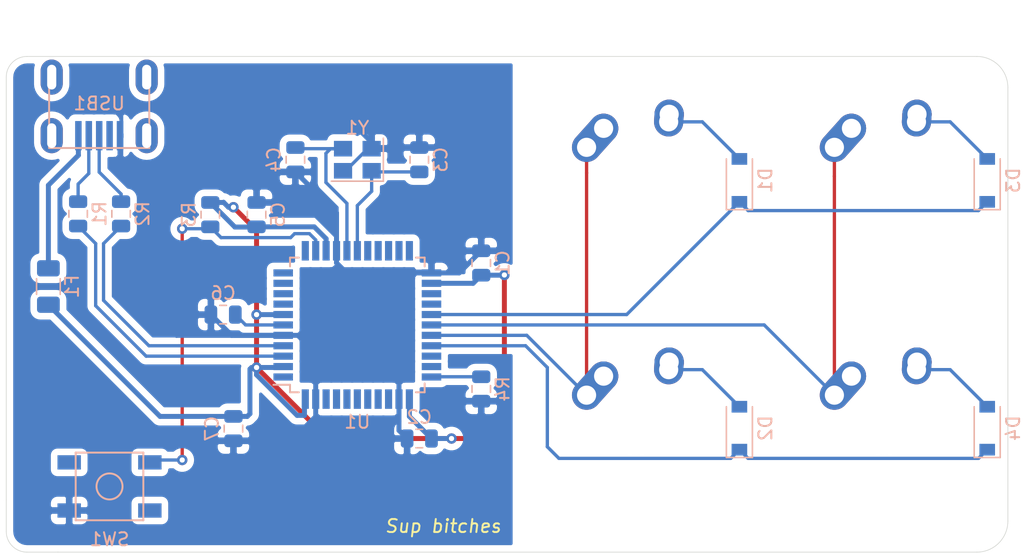
<source format=kicad_pcb>
(kicad_pcb (version 20171130) (host pcbnew "(5.1.6)-1")

  (general
    (thickness 1.6)
    (drawings 11)
    (tracks 180)
    (zones 0)
    (modules 24)
    (nets 45)
  )

  (page A4)
  (layers
    (0 F.Cu signal)
    (31 B.Cu signal)
    (32 B.Adhes user)
    (33 F.Adhes user)
    (34 B.Paste user)
    (35 F.Paste user)
    (36 B.SilkS user)
    (37 F.SilkS user)
    (38 B.Mask user)
    (39 F.Mask user)
    (40 Dwgs.User user)
    (41 Cmts.User user)
    (42 Eco1.User user)
    (43 Eco2.User user)
    (44 Edge.Cuts user)
    (45 Margin user)
    (46 B.CrtYd user)
    (47 F.CrtYd user)
    (48 B.Fab user)
    (49 F.Fab user)
  )

  (setup
    (last_trace_width 0.254)
    (trace_clearance 0.2)
    (zone_clearance 0.508)
    (zone_45_only no)
    (trace_min 0.2)
    (via_size 0.8)
    (via_drill 0.4)
    (via_min_size 0.4)
    (via_min_drill 0.3)
    (uvia_size 0.3)
    (uvia_drill 0.1)
    (uvias_allowed no)
    (uvia_min_size 0.2)
    (uvia_min_drill 0.1)
    (edge_width 0.05)
    (segment_width 0.2)
    (pcb_text_width 0.3)
    (pcb_text_size 1.5 1.5)
    (mod_edge_width 0.12)
    (mod_text_size 1 1)
    (mod_text_width 0.15)
    (pad_size 1.524 1.524)
    (pad_drill 0.762)
    (pad_to_mask_clearance 0.05)
    (aux_axis_origin 0 0)
    (visible_elements FFFFFF7F)
    (pcbplotparams
      (layerselection 0x010f0_ffffffff)
      (usegerberextensions true)
      (usegerberattributes false)
      (usegerberadvancedattributes true)
      (creategerberjobfile false)
      (excludeedgelayer true)
      (linewidth 0.100000)
      (plotframeref false)
      (viasonmask false)
      (mode 1)
      (useauxorigin false)
      (hpglpennumber 1)
      (hpglpenspeed 20)
      (hpglpendiameter 15.000000)
      (psnegative false)
      (psa4output false)
      (plotreference true)
      (plotvalue true)
      (plotinvisibletext false)
      (padsonsilk false)
      (subtractmaskfromsilk true)
      (outputformat 1)
      (mirror false)
      (drillshape 0)
      (scaleselection 1)
      (outputdirectory "Gerbers"))
  )

  (net 0 "")
  (net 1 GND)
  (net 2 +5V)
  (net 3 "Net-(C3-Pad1)")
  (net 4 "Net-(C4-Pad1)")
  (net 5 "Net-(C6-Pad1)")
  (net 6 "Net-(D1-Pad2)")
  (net 7 ROW0)
  (net 8 "Net-(D2-Pad2)")
  (net 9 ROW1)
  (net 10 "Net-(D3-Pad2)")
  (net 11 "Net-(D4-Pad2)")
  (net 12 VCC)
  (net 13 COL0)
  (net 14 COL1)
  (net 15 D-)
  (net 16 "Net-(R1-Pad1)")
  (net 17 D+)
  (net 18 "Net-(R2-Pad1)")
  (net 19 "Net-(R3-Pad2)")
  (net 20 "Net-(R4-Pad2)")
  (net 21 "Net-(U1-Pad42)")
  (net 22 "Net-(U1-Pad41)")
  (net 23 "Net-(U1-Pad40)")
  (net 24 "Net-(U1-Pad39)")
  (net 25 "Net-(U1-Pad38)")
  (net 26 "Net-(U1-Pad37)")
  (net 27 "Net-(U1-Pad36)")
  (net 28 "Net-(U1-Pad32)")
  (net 29 "Net-(U1-Pad31)")
  (net 30 "Net-(U1-Pad26)")
  (net 31 "Net-(U1-Pad25)")
  (net 32 "Net-(U1-Pad22)")
  (net 33 "Net-(U1-Pad21)")
  (net 34 "Net-(U1-Pad20)")
  (net 35 "Net-(U1-Pad19)")
  (net 36 "Net-(U1-Pad18)")
  (net 37 "Net-(U1-Pad12)")
  (net 38 "Net-(U1-Pad11)")
  (net 39 "Net-(U1-Pad10)")
  (net 40 "Net-(U1-Pad9)")
  (net 41 "Net-(U1-Pad8)")
  (net 42 "Net-(U1-Pad1)")
  (net 43 "Net-(USB1-Pad2)")
  (net 44 "Net-(USB1-Pad6)")

  (net_class Default "This is the default net class."
    (clearance 0.2)
    (trace_width 0.254)
    (via_dia 0.8)
    (via_drill 0.4)
    (uvia_dia 0.3)
    (uvia_drill 0.1)
    (add_net COL0)
    (add_net COL1)
    (add_net D+)
    (add_net D-)
    (add_net "Net-(C3-Pad1)")
    (add_net "Net-(C4-Pad1)")
    (add_net "Net-(C6-Pad1)")
    (add_net "Net-(D1-Pad2)")
    (add_net "Net-(D2-Pad2)")
    (add_net "Net-(D3-Pad2)")
    (add_net "Net-(D4-Pad2)")
    (add_net "Net-(R1-Pad1)")
    (add_net "Net-(R2-Pad1)")
    (add_net "Net-(R3-Pad2)")
    (add_net "Net-(R4-Pad2)")
    (add_net "Net-(U1-Pad1)")
    (add_net "Net-(U1-Pad10)")
    (add_net "Net-(U1-Pad11)")
    (add_net "Net-(U1-Pad12)")
    (add_net "Net-(U1-Pad18)")
    (add_net "Net-(U1-Pad19)")
    (add_net "Net-(U1-Pad20)")
    (add_net "Net-(U1-Pad21)")
    (add_net "Net-(U1-Pad22)")
    (add_net "Net-(U1-Pad25)")
    (add_net "Net-(U1-Pad26)")
    (add_net "Net-(U1-Pad31)")
    (add_net "Net-(U1-Pad32)")
    (add_net "Net-(U1-Pad36)")
    (add_net "Net-(U1-Pad37)")
    (add_net "Net-(U1-Pad38)")
    (add_net "Net-(U1-Pad39)")
    (add_net "Net-(U1-Pad40)")
    (add_net "Net-(U1-Pad41)")
    (add_net "Net-(U1-Pad42)")
    (add_net "Net-(U1-Pad8)")
    (add_net "Net-(U1-Pad9)")
    (add_net "Net-(USB1-Pad2)")
    (add_net "Net-(USB1-Pad6)")
    (add_net ROW0)
    (add_net ROW1)
  )

  (net_class Power ""
    (clearance 0.2)
    (trace_width 0.381)
    (via_dia 0.8)
    (via_drill 0.4)
    (uvia_dia 0.3)
    (uvia_drill 0.1)
    (add_net +5V)
    (add_net GND)
    (add_net VCC)
  )

  (module Crystal:Crystal_SMD_3225-4Pin_3.2x2.5mm (layer B.Cu) (tedit 5A0FD1B2) (tstamp 5EEEA21C)
    (at 104.775 67.46875 180)
    (descr "SMD Crystal SERIES SMD3225/4 http://www.txccrystal.com/images/pdf/7m-accuracy.pdf, 3.2x2.5mm^2 package")
    (tags "SMD SMT crystal")
    (path /5EEEA93F)
    (attr smd)
    (fp_text reference Y1 (at 0 2.45) (layer B.SilkS)
      (effects (font (size 1 1) (thickness 0.15)) (justify mirror))
    )
    (fp_text value 16MHz (at 0 -2.45) (layer B.Fab)
      (effects (font (size 1 1) (thickness 0.15)) (justify mirror))
    )
    (fp_text user %R (at 0 0) (layer B.Fab)
      (effects (font (size 0.7 0.7) (thickness 0.105)) (justify mirror))
    )
    (fp_line (start -1.6 1.25) (end -1.6 -1.25) (layer B.Fab) (width 0.1))
    (fp_line (start -1.6 -1.25) (end 1.6 -1.25) (layer B.Fab) (width 0.1))
    (fp_line (start 1.6 -1.25) (end 1.6 1.25) (layer B.Fab) (width 0.1))
    (fp_line (start 1.6 1.25) (end -1.6 1.25) (layer B.Fab) (width 0.1))
    (fp_line (start -1.6 -0.25) (end -0.6 -1.25) (layer B.Fab) (width 0.1))
    (fp_line (start -2 1.65) (end -2 -1.65) (layer B.SilkS) (width 0.12))
    (fp_line (start -2 -1.65) (end 2 -1.65) (layer B.SilkS) (width 0.12))
    (fp_line (start -2.1 1.7) (end -2.1 -1.7) (layer B.CrtYd) (width 0.05))
    (fp_line (start -2.1 -1.7) (end 2.1 -1.7) (layer B.CrtYd) (width 0.05))
    (fp_line (start 2.1 -1.7) (end 2.1 1.7) (layer B.CrtYd) (width 0.05))
    (fp_line (start 2.1 1.7) (end -2.1 1.7) (layer B.CrtYd) (width 0.05))
    (pad 4 smd rect (at -1.1 0.85 180) (size 1.4 1.2) (layers B.Cu B.Paste B.Mask)
      (net 1 GND))
    (pad 3 smd rect (at 1.1 0.85 180) (size 1.4 1.2) (layers B.Cu B.Paste B.Mask)
      (net 4 "Net-(C4-Pad1)"))
    (pad 2 smd rect (at 1.1 -0.85 180) (size 1.4 1.2) (layers B.Cu B.Paste B.Mask)
      (net 1 GND))
    (pad 1 smd rect (at -1.1 -0.85 180) (size 1.4 1.2) (layers B.Cu B.Paste B.Mask)
      (net 3 "Net-(C3-Pad1)"))
    (model ${KISYS3DMOD}/Crystal.3dshapes/Crystal_SMD_3225-4Pin_3.2x2.5mm.wrl
      (at (xyz 0 0 0))
      (scale (xyz 1 1 1))
      (rotate (xyz 0 0 0))
    )
  )

  (module random-keyboard-parts:Molex-0548190589 (layer B.Cu) (tedit 5C494815) (tstamp 5EEEA208)
    (at 84.93125 61.11875 270)
    (path /5EEFA626)
    (attr smd)
    (fp_text reference USB1 (at 2.032 0 180) (layer B.SilkS)
      (effects (font (size 1 1) (thickness 0.15)) (justify mirror))
    )
    (fp_text value Molex-0548190589 (at -5.08 0 180) (layer Dwgs.User)
      (effects (font (size 1 1) (thickness 0.15)))
    )
    (fp_text user %R (at 2 0 180) (layer B.CrtYd)
      (effects (font (size 1 1) (thickness 0.15)) (justify mirror))
    )
    (fp_line (start -3.75 3.85) (end -3.75 -3.85) (layer Dwgs.User) (width 0.15))
    (fp_line (start -1.75 4.572) (end -1.75 -4.572) (layer Dwgs.User) (width 0.15))
    (fp_line (start -3.75 -3.85) (end 0 -3.85) (layer Dwgs.User) (width 0.15))
    (fp_line (start -3.75 3.85) (end 0 3.85) (layer Dwgs.User) (width 0.15))
    (fp_line (start 5.45 3.85) (end 5.45 -3.85) (layer B.SilkS) (width 0.15))
    (fp_line (start 0 -3.85) (end 5.45 -3.85) (layer B.SilkS) (width 0.15))
    (fp_line (start 0 3.85) (end 5.45 3.85) (layer B.SilkS) (width 0.15))
    (fp_line (start -3.75 3.75) (end 5.5 3.75) (layer B.CrtYd) (width 0.15))
    (fp_line (start 5.5 3.75) (end 5.5 -3.75) (layer B.CrtYd) (width 0.15))
    (fp_line (start 5.5 -3.75) (end -3.75 -3.75) (layer B.CrtYd) (width 0.15))
    (fp_line (start -3.75 -3.75) (end -3.75 3.75) (layer B.CrtYd) (width 0.15))
    (fp_line (start 5.5 2) (end 3.25 2) (layer B.CrtYd) (width 0.15))
    (fp_line (start 3.25 2) (end 3.25 -2) (layer B.CrtYd) (width 0.15))
    (fp_line (start 3.25 -2) (end 5.5 -2) (layer B.CrtYd) (width 0.15))
    (fp_line (start 5.5 -1.25) (end 3.25 -1.25) (layer B.CrtYd) (width 0.15))
    (fp_line (start 3.25 -0.5) (end 5.5 -0.5) (layer B.CrtYd) (width 0.15))
    (fp_line (start 5.5 0.5) (end 3.25 0.5) (layer B.CrtYd) (width 0.15))
    (fp_line (start 3.25 1.25) (end 5.5 1.25) (layer B.CrtYd) (width 0.15))
    (pad 6 thru_hole oval (at 0 3.65 270) (size 2.7 1.7) (drill oval 1.9 0.7) (layers *.Cu *.Mask)
      (net 44 "Net-(USB1-Pad6)"))
    (pad 6 thru_hole oval (at 0 -3.65 270) (size 2.7 1.7) (drill oval 1.9 0.7) (layers *.Cu *.Mask)
      (net 44 "Net-(USB1-Pad6)"))
    (pad 6 thru_hole oval (at 4.5 -3.65 270) (size 2.7 1.7) (drill oval 1.9 0.7) (layers *.Cu *.Mask)
      (net 44 "Net-(USB1-Pad6)"))
    (pad 6 thru_hole oval (at 4.5 3.65 270) (size 2.7 1.7) (drill oval 1.9 0.7) (layers *.Cu *.Mask)
      (net 44 "Net-(USB1-Pad6)"))
    (pad 5 smd rect (at 4.5 1.6 270) (size 2.25 0.5) (layers B.Cu B.Paste B.Mask)
      (net 12 VCC))
    (pad 4 smd rect (at 4.5 0.8 270) (size 2.25 0.5) (layers B.Cu B.Paste B.Mask)
      (net 15 D-))
    (pad 3 smd rect (at 4.5 0 270) (size 2.25 0.5) (layers B.Cu B.Paste B.Mask)
      (net 17 D+))
    (pad 2 smd rect (at 4.5 -0.8 270) (size 2.25 0.5) (layers B.Cu B.Paste B.Mask)
      (net 43 "Net-(USB1-Pad2)"))
    (pad 1 smd rect (at 4.5 -1.6 270) (size 2.25 0.5) (layers B.Cu B.Paste B.Mask)
      (net 1 GND))
  )

  (module Package_QFP:TQFP-44_10x10mm_P0.8mm (layer B.Cu) (tedit 5A02F146) (tstamp 5EEEA1E8)
    (at 104.775 80.16875)
    (descr "44-Lead Plastic Thin Quad Flatpack (PT) - 10x10x1.0 mm Body [TQFP] (see Microchip Packaging Specification 00000049BS.pdf)")
    (tags "QFP 0.8")
    (path /5EED8102)
    (attr smd)
    (fp_text reference U1 (at 0 7.45) (layer B.SilkS)
      (effects (font (size 1 1) (thickness 0.15)) (justify mirror))
    )
    (fp_text value ATmega32U4-AU (at 0 -7.45) (layer B.Fab)
      (effects (font (size 1 1) (thickness 0.15)) (justify mirror))
    )
    (fp_text user %R (at 0 0) (layer B.Fab)
      (effects (font (size 1 1) (thickness 0.15)) (justify mirror))
    )
    (fp_line (start -4 5) (end 5 5) (layer B.Fab) (width 0.15))
    (fp_line (start 5 5) (end 5 -5) (layer B.Fab) (width 0.15))
    (fp_line (start 5 -5) (end -5 -5) (layer B.Fab) (width 0.15))
    (fp_line (start -5 -5) (end -5 4) (layer B.Fab) (width 0.15))
    (fp_line (start -5 4) (end -4 5) (layer B.Fab) (width 0.15))
    (fp_line (start -6.7 6.7) (end -6.7 -6.7) (layer B.CrtYd) (width 0.05))
    (fp_line (start 6.7 6.7) (end 6.7 -6.7) (layer B.CrtYd) (width 0.05))
    (fp_line (start -6.7 6.7) (end 6.7 6.7) (layer B.CrtYd) (width 0.05))
    (fp_line (start -6.7 -6.7) (end 6.7 -6.7) (layer B.CrtYd) (width 0.05))
    (fp_line (start -5.175 5.175) (end -5.175 4.6) (layer B.SilkS) (width 0.15))
    (fp_line (start 5.175 5.175) (end 5.175 4.5) (layer B.SilkS) (width 0.15))
    (fp_line (start 5.175 -5.175) (end 5.175 -4.5) (layer B.SilkS) (width 0.15))
    (fp_line (start -5.175 -5.175) (end -5.175 -4.5) (layer B.SilkS) (width 0.15))
    (fp_line (start -5.175 5.175) (end -4.5 5.175) (layer B.SilkS) (width 0.15))
    (fp_line (start -5.175 -5.175) (end -4.5 -5.175) (layer B.SilkS) (width 0.15))
    (fp_line (start 5.175 -5.175) (end 4.5 -5.175) (layer B.SilkS) (width 0.15))
    (fp_line (start 5.175 5.175) (end 4.5 5.175) (layer B.SilkS) (width 0.15))
    (fp_line (start -5.175 4.6) (end -6.45 4.6) (layer B.SilkS) (width 0.15))
    (pad 44 smd rect (at -4 5.7 270) (size 1.5 0.55) (layers B.Cu B.Paste B.Mask)
      (net 2 +5V))
    (pad 43 smd rect (at -3.2 5.7 270) (size 1.5 0.55) (layers B.Cu B.Paste B.Mask)
      (net 1 GND))
    (pad 42 smd rect (at -2.4 5.7 270) (size 1.5 0.55) (layers B.Cu B.Paste B.Mask)
      (net 21 "Net-(U1-Pad42)"))
    (pad 41 smd rect (at -1.6 5.7 270) (size 1.5 0.55) (layers B.Cu B.Paste B.Mask)
      (net 22 "Net-(U1-Pad41)"))
    (pad 40 smd rect (at -0.8 5.7 270) (size 1.5 0.55) (layers B.Cu B.Paste B.Mask)
      (net 23 "Net-(U1-Pad40)"))
    (pad 39 smd rect (at 0 5.7 270) (size 1.5 0.55) (layers B.Cu B.Paste B.Mask)
      (net 24 "Net-(U1-Pad39)"))
    (pad 38 smd rect (at 0.8 5.7 270) (size 1.5 0.55) (layers B.Cu B.Paste B.Mask)
      (net 25 "Net-(U1-Pad38)"))
    (pad 37 smd rect (at 1.6 5.7 270) (size 1.5 0.55) (layers B.Cu B.Paste B.Mask)
      (net 26 "Net-(U1-Pad37)"))
    (pad 36 smd rect (at 2.4 5.7 270) (size 1.5 0.55) (layers B.Cu B.Paste B.Mask)
      (net 27 "Net-(U1-Pad36)"))
    (pad 35 smd rect (at 3.2 5.7 270) (size 1.5 0.55) (layers B.Cu B.Paste B.Mask)
      (net 1 GND))
    (pad 34 smd rect (at 4 5.7 270) (size 1.5 0.55) (layers B.Cu B.Paste B.Mask)
      (net 2 +5V))
    (pad 33 smd rect (at 5.7 4) (size 1.5 0.55) (layers B.Cu B.Paste B.Mask)
      (net 20 "Net-(R4-Pad2)"))
    (pad 32 smd rect (at 5.7 3.2) (size 1.5 0.55) (layers B.Cu B.Paste B.Mask)
      (net 28 "Net-(U1-Pad32)"))
    (pad 31 smd rect (at 5.7 2.4) (size 1.5 0.55) (layers B.Cu B.Paste B.Mask)
      (net 29 "Net-(U1-Pad31)"))
    (pad 30 smd rect (at 5.7 1.6) (size 1.5 0.55) (layers B.Cu B.Paste B.Mask)
      (net 9 ROW1))
    (pad 29 smd rect (at 5.7 0.8) (size 1.5 0.55) (layers B.Cu B.Paste B.Mask)
      (net 13 COL0))
    (pad 28 smd rect (at 5.7 0) (size 1.5 0.55) (layers B.Cu B.Paste B.Mask)
      (net 14 COL1))
    (pad 27 smd rect (at 5.7 -0.8) (size 1.5 0.55) (layers B.Cu B.Paste B.Mask)
      (net 7 ROW0))
    (pad 26 smd rect (at 5.7 -1.6) (size 1.5 0.55) (layers B.Cu B.Paste B.Mask)
      (net 30 "Net-(U1-Pad26)"))
    (pad 25 smd rect (at 5.7 -2.4) (size 1.5 0.55) (layers B.Cu B.Paste B.Mask)
      (net 31 "Net-(U1-Pad25)"))
    (pad 24 smd rect (at 5.7 -3.2) (size 1.5 0.55) (layers B.Cu B.Paste B.Mask)
      (net 2 +5V))
    (pad 23 smd rect (at 5.7 -4) (size 1.5 0.55) (layers B.Cu B.Paste B.Mask)
      (net 1 GND))
    (pad 22 smd rect (at 4 -5.7 270) (size 1.5 0.55) (layers B.Cu B.Paste B.Mask)
      (net 32 "Net-(U1-Pad22)"))
    (pad 21 smd rect (at 3.2 -5.7 270) (size 1.5 0.55) (layers B.Cu B.Paste B.Mask)
      (net 33 "Net-(U1-Pad21)"))
    (pad 20 smd rect (at 2.4 -5.7 270) (size 1.5 0.55) (layers B.Cu B.Paste B.Mask)
      (net 34 "Net-(U1-Pad20)"))
    (pad 19 smd rect (at 1.6 -5.7 270) (size 1.5 0.55) (layers B.Cu B.Paste B.Mask)
      (net 35 "Net-(U1-Pad19)"))
    (pad 18 smd rect (at 0.8 -5.7 270) (size 1.5 0.55) (layers B.Cu B.Paste B.Mask)
      (net 36 "Net-(U1-Pad18)"))
    (pad 17 smd rect (at 0 -5.7 270) (size 1.5 0.55) (layers B.Cu B.Paste B.Mask)
      (net 3 "Net-(C3-Pad1)"))
    (pad 16 smd rect (at -0.8 -5.7 270) (size 1.5 0.55) (layers B.Cu B.Paste B.Mask)
      (net 4 "Net-(C4-Pad1)"))
    (pad 15 smd rect (at -1.6 -5.7 270) (size 1.5 0.55) (layers B.Cu B.Paste B.Mask)
      (net 1 GND))
    (pad 14 smd rect (at -2.4 -5.7 270) (size 1.5 0.55) (layers B.Cu B.Paste B.Mask)
      (net 2 +5V))
    (pad 13 smd rect (at -3.2 -5.7 270) (size 1.5 0.55) (layers B.Cu B.Paste B.Mask)
      (net 19 "Net-(R3-Pad2)"))
    (pad 12 smd rect (at -4 -5.7 270) (size 1.5 0.55) (layers B.Cu B.Paste B.Mask)
      (net 37 "Net-(U1-Pad12)"))
    (pad 11 smd rect (at -5.7 -4) (size 1.5 0.55) (layers B.Cu B.Paste B.Mask)
      (net 38 "Net-(U1-Pad11)"))
    (pad 10 smd rect (at -5.7 -3.2) (size 1.5 0.55) (layers B.Cu B.Paste B.Mask)
      (net 39 "Net-(U1-Pad10)"))
    (pad 9 smd rect (at -5.7 -2.4) (size 1.5 0.55) (layers B.Cu B.Paste B.Mask)
      (net 40 "Net-(U1-Pad9)"))
    (pad 8 smd rect (at -5.7 -1.6) (size 1.5 0.55) (layers B.Cu B.Paste B.Mask)
      (net 41 "Net-(U1-Pad8)"))
    (pad 7 smd rect (at -5.7 -0.8) (size 1.5 0.55) (layers B.Cu B.Paste B.Mask)
      (net 2 +5V))
    (pad 6 smd rect (at -5.7 0) (size 1.5 0.55) (layers B.Cu B.Paste B.Mask)
      (net 5 "Net-(C6-Pad1)"))
    (pad 5 smd rect (at -5.7 0.8) (size 1.5 0.55) (layers B.Cu B.Paste B.Mask)
      (net 1 GND))
    (pad 4 smd rect (at -5.7 1.6) (size 1.5 0.55) (layers B.Cu B.Paste B.Mask)
      (net 18 "Net-(R2-Pad1)"))
    (pad 3 smd rect (at -5.7 2.4) (size 1.5 0.55) (layers B.Cu B.Paste B.Mask)
      (net 16 "Net-(R1-Pad1)"))
    (pad 2 smd rect (at -5.7 3.2) (size 1.5 0.55) (layers B.Cu B.Paste B.Mask)
      (net 2 +5V))
    (pad 1 smd rect (at -5.7 4) (size 1.5 0.55) (layers B.Cu B.Paste B.Mask)
      (net 42 "Net-(U1-Pad1)"))
    (model ${KISYS3DMOD}/Package_QFP.3dshapes/TQFP-44_10x10mm_P0.8mm.wrl
      (at (xyz 0 0 0))
      (scale (xyz 1 1 1))
      (rotate (xyz 0 0 0))
    )
  )

  (module random-keyboard-parts:SKQG-1155865 (layer B.Cu) (tedit 5E62B398) (tstamp 5EEEA1A5)
    (at 85.725 92.583 180)
    (path /5EEF433E)
    (attr smd)
    (fp_text reference SW1 (at 0 -4.064) (layer B.SilkS)
      (effects (font (size 1 1) (thickness 0.15)) (justify mirror))
    )
    (fp_text value SW_Push (at 0 4.064) (layer B.Fab)
      (effects (font (size 1 1) (thickness 0.15)) (justify mirror))
    )
    (fp_line (start -2.6 -1.1) (end -1.1 -2.6) (layer B.Fab) (width 0.15))
    (fp_line (start 2.6 -1.1) (end 1.1 -2.6) (layer B.Fab) (width 0.15))
    (fp_line (start 2.6 1.1) (end 1.1 2.6) (layer B.Fab) (width 0.15))
    (fp_line (start -2.6 1.1) (end -1.1 2.6) (layer B.Fab) (width 0.15))
    (fp_circle (center 0 0) (end 1 0) (layer B.Fab) (width 0.15))
    (fp_line (start -4.2 1.1) (end -4.2 2.6) (layer B.Fab) (width 0.15))
    (fp_line (start -2.6 1.1) (end -4.2 1.1) (layer B.Fab) (width 0.15))
    (fp_line (start -2.6 -1.1) (end -2.6 1.1) (layer B.Fab) (width 0.15))
    (fp_line (start -4.2 -1.1) (end -2.6 -1.1) (layer B.Fab) (width 0.15))
    (fp_line (start -4.2 -2.6) (end -4.2 -1.1) (layer B.Fab) (width 0.15))
    (fp_line (start 4.2 -2.6) (end -4.2 -2.6) (layer B.Fab) (width 0.15))
    (fp_line (start 4.2 -1.1) (end 4.2 -2.6) (layer B.Fab) (width 0.15))
    (fp_line (start 2.6 -1.1) (end 4.2 -1.1) (layer B.Fab) (width 0.15))
    (fp_line (start 2.6 1.1) (end 2.6 -1.1) (layer B.Fab) (width 0.15))
    (fp_line (start 4.2 1.1) (end 2.6 1.1) (layer B.Fab) (width 0.15))
    (fp_line (start 4.2 2.6) (end 4.2 1.2) (layer B.Fab) (width 0.15))
    (fp_line (start -4.2 2.6) (end 4.2 2.6) (layer B.Fab) (width 0.15))
    (fp_circle (center 0 0) (end 1 0) (layer B.SilkS) (width 0.15))
    (fp_line (start -2.6 -2.6) (end -2.6 2.6) (layer B.SilkS) (width 0.15))
    (fp_line (start 2.6 -2.6) (end -2.6 -2.6) (layer B.SilkS) (width 0.15))
    (fp_line (start 2.6 2.6) (end 2.6 -2.6) (layer B.SilkS) (width 0.15))
    (fp_line (start -2.6 2.6) (end 2.6 2.6) (layer B.SilkS) (width 0.15))
    (pad 4 smd rect (at -3.1 -1.85 180) (size 1.8 1.1) (layers B.Cu B.Paste B.Mask))
    (pad 3 smd rect (at 3.1 1.85 180) (size 1.8 1.1) (layers B.Cu B.Paste B.Mask))
    (pad 2 smd rect (at -3.1 1.85 180) (size 1.8 1.1) (layers B.Cu B.Paste B.Mask)
      (net 19 "Net-(R3-Pad2)"))
    (pad 1 smd rect (at 3.1 -1.85 180) (size 1.8 1.1) (layers B.Cu B.Paste B.Mask)
      (net 1 GND))
    (model ${KISYS3DMOD}/Button_Switch_SMD.3dshapes/SW_SPST_TL3342.step
      (at (xyz 0 0 0))
      (scale (xyz 1 1 1))
      (rotate (xyz 0 0 0))
    )
  )

  (module Resistor_SMD:R_0805_2012Metric (layer B.Cu) (tedit 5B36C52B) (tstamp 5EEEA187)
    (at 114.3 85.09 90)
    (descr "Resistor SMD 0805 (2012 Metric), square (rectangular) end terminal, IPC_7351 nominal, (Body size source: https://docs.google.com/spreadsheets/d/1BsfQQcO9C6DZCsRaXUlFlo91Tg2WpOkGARC1WS5S8t0/edit?usp=sharing), generated with kicad-footprint-generator")
    (tags resistor)
    (path /5EEDBEAD)
    (attr smd)
    (fp_text reference R4 (at 0 1.65 90) (layer B.SilkS)
      (effects (font (size 1 1) (thickness 0.15)) (justify mirror))
    )
    (fp_text value 10k (at 0 -1.65 90) (layer B.Fab)
      (effects (font (size 1 1) (thickness 0.15)) (justify mirror))
    )
    (fp_text user %R (at 0 0 90) (layer B.Fab)
      (effects (font (size 0.5 0.5) (thickness 0.08)) (justify mirror))
    )
    (fp_line (start -1 -0.6) (end -1 0.6) (layer B.Fab) (width 0.1))
    (fp_line (start -1 0.6) (end 1 0.6) (layer B.Fab) (width 0.1))
    (fp_line (start 1 0.6) (end 1 -0.6) (layer B.Fab) (width 0.1))
    (fp_line (start 1 -0.6) (end -1 -0.6) (layer B.Fab) (width 0.1))
    (fp_line (start -0.258578 0.71) (end 0.258578 0.71) (layer B.SilkS) (width 0.12))
    (fp_line (start -0.258578 -0.71) (end 0.258578 -0.71) (layer B.SilkS) (width 0.12))
    (fp_line (start -1.68 -0.95) (end -1.68 0.95) (layer B.CrtYd) (width 0.05))
    (fp_line (start -1.68 0.95) (end 1.68 0.95) (layer B.CrtYd) (width 0.05))
    (fp_line (start 1.68 0.95) (end 1.68 -0.95) (layer B.CrtYd) (width 0.05))
    (fp_line (start 1.68 -0.95) (end -1.68 -0.95) (layer B.CrtYd) (width 0.05))
    (pad 2 smd roundrect (at 0.9375 0 90) (size 0.975 1.4) (layers B.Cu B.Paste B.Mask) (roundrect_rratio 0.25)
      (net 20 "Net-(R4-Pad2)"))
    (pad 1 smd roundrect (at -0.9375 0 90) (size 0.975 1.4) (layers B.Cu B.Paste B.Mask) (roundrect_rratio 0.25)
      (net 1 GND))
    (model ${KISYS3DMOD}/Resistor_SMD.3dshapes/R_0805_2012Metric.wrl
      (at (xyz 0 0 0))
      (scale (xyz 1 1 1))
      (rotate (xyz 0 0 0))
    )
  )

  (module Resistor_SMD:R_0805_2012Metric (layer B.Cu) (tedit 5B36C52B) (tstamp 5EEEA176)
    (at 93.472 71.6915 270)
    (descr "Resistor SMD 0805 (2012 Metric), square (rectangular) end terminal, IPC_7351 nominal, (Body size source: https://docs.google.com/spreadsheets/d/1BsfQQcO9C6DZCsRaXUlFlo91Tg2WpOkGARC1WS5S8t0/edit?usp=sharing), generated with kicad-footprint-generator")
    (tags resistor)
    (path /5EEF74D9)
    (attr smd)
    (fp_text reference R3 (at 0 1.65 90) (layer B.SilkS)
      (effects (font (size 1 1) (thickness 0.15)) (justify mirror))
    )
    (fp_text value 10k (at 0 -1.65 90) (layer B.Fab)
      (effects (font (size 1 1) (thickness 0.15)) (justify mirror))
    )
    (fp_text user %R (at 0 0 90) (layer B.Fab)
      (effects (font (size 0.5 0.5) (thickness 0.08)) (justify mirror))
    )
    (fp_line (start -1 -0.6) (end -1 0.6) (layer B.Fab) (width 0.1))
    (fp_line (start -1 0.6) (end 1 0.6) (layer B.Fab) (width 0.1))
    (fp_line (start 1 0.6) (end 1 -0.6) (layer B.Fab) (width 0.1))
    (fp_line (start 1 -0.6) (end -1 -0.6) (layer B.Fab) (width 0.1))
    (fp_line (start -0.258578 0.71) (end 0.258578 0.71) (layer B.SilkS) (width 0.12))
    (fp_line (start -0.258578 -0.71) (end 0.258578 -0.71) (layer B.SilkS) (width 0.12))
    (fp_line (start -1.68 -0.95) (end -1.68 0.95) (layer B.CrtYd) (width 0.05))
    (fp_line (start -1.68 0.95) (end 1.68 0.95) (layer B.CrtYd) (width 0.05))
    (fp_line (start 1.68 0.95) (end 1.68 -0.95) (layer B.CrtYd) (width 0.05))
    (fp_line (start 1.68 -0.95) (end -1.68 -0.95) (layer B.CrtYd) (width 0.05))
    (pad 2 smd roundrect (at 0.9375 0 270) (size 0.975 1.4) (layers B.Cu B.Paste B.Mask) (roundrect_rratio 0.25)
      (net 19 "Net-(R3-Pad2)"))
    (pad 1 smd roundrect (at -0.9375 0 270) (size 0.975 1.4) (layers B.Cu B.Paste B.Mask) (roundrect_rratio 0.25)
      (net 2 +5V))
    (model ${KISYS3DMOD}/Resistor_SMD.3dshapes/R_0805_2012Metric.wrl
      (at (xyz 0 0 0))
      (scale (xyz 1 1 1))
      (rotate (xyz 0 0 0))
    )
  )

  (module Resistor_SMD:R_0805_2012Metric (layer B.Cu) (tedit 5B36C52B) (tstamp 5EEEA165)
    (at 86.614 71.628 90)
    (descr "Resistor SMD 0805 (2012 Metric), square (rectangular) end terminal, IPC_7351 nominal, (Body size source: https://docs.google.com/spreadsheets/d/1BsfQQcO9C6DZCsRaXUlFlo91Tg2WpOkGARC1WS5S8t0/edit?usp=sharing), generated with kicad-footprint-generator")
    (tags resistor)
    (path /5EEE0332)
    (attr smd)
    (fp_text reference R2 (at 0 1.65 90) (layer B.SilkS)
      (effects (font (size 1 1) (thickness 0.15)) (justify mirror))
    )
    (fp_text value 22 (at 0 -1.65 90) (layer B.Fab)
      (effects (font (size 1 1) (thickness 0.15)) (justify mirror))
    )
    (fp_text user %R (at 0 0 90) (layer B.Fab)
      (effects (font (size 0.5 0.5) (thickness 0.08)) (justify mirror))
    )
    (fp_line (start -1 -0.6) (end -1 0.6) (layer B.Fab) (width 0.1))
    (fp_line (start -1 0.6) (end 1 0.6) (layer B.Fab) (width 0.1))
    (fp_line (start 1 0.6) (end 1 -0.6) (layer B.Fab) (width 0.1))
    (fp_line (start 1 -0.6) (end -1 -0.6) (layer B.Fab) (width 0.1))
    (fp_line (start -0.258578 0.71) (end 0.258578 0.71) (layer B.SilkS) (width 0.12))
    (fp_line (start -0.258578 -0.71) (end 0.258578 -0.71) (layer B.SilkS) (width 0.12))
    (fp_line (start -1.68 -0.95) (end -1.68 0.95) (layer B.CrtYd) (width 0.05))
    (fp_line (start -1.68 0.95) (end 1.68 0.95) (layer B.CrtYd) (width 0.05))
    (fp_line (start 1.68 0.95) (end 1.68 -0.95) (layer B.CrtYd) (width 0.05))
    (fp_line (start 1.68 -0.95) (end -1.68 -0.95) (layer B.CrtYd) (width 0.05))
    (pad 2 smd roundrect (at 0.9375 0 90) (size 0.975 1.4) (layers B.Cu B.Paste B.Mask) (roundrect_rratio 0.25)
      (net 17 D+))
    (pad 1 smd roundrect (at -0.9375 0 90) (size 0.975 1.4) (layers B.Cu B.Paste B.Mask) (roundrect_rratio 0.25)
      (net 18 "Net-(R2-Pad1)"))
    (model ${KISYS3DMOD}/Resistor_SMD.3dshapes/R_0805_2012Metric.wrl
      (at (xyz 0 0 0))
      (scale (xyz 1 1 1))
      (rotate (xyz 0 0 0))
    )
  )

  (module Resistor_SMD:R_0805_2012Metric (layer B.Cu) (tedit 5B36C52B) (tstamp 5EEEA154)
    (at 83.312 71.628 90)
    (descr "Resistor SMD 0805 (2012 Metric), square (rectangular) end terminal, IPC_7351 nominal, (Body size source: https://docs.google.com/spreadsheets/d/1BsfQQcO9C6DZCsRaXUlFlo91Tg2WpOkGARC1WS5S8t0/edit?usp=sharing), generated with kicad-footprint-generator")
    (tags resistor)
    (path /5EEE17AF)
    (attr smd)
    (fp_text reference R1 (at 0 1.65 90) (layer B.SilkS)
      (effects (font (size 1 1) (thickness 0.15)) (justify mirror))
    )
    (fp_text value 22 (at 0 -1.65 90) (layer B.Fab)
      (effects (font (size 1 1) (thickness 0.15)) (justify mirror))
    )
    (fp_text user %R (at 0 0 90) (layer B.Fab)
      (effects (font (size 0.5 0.5) (thickness 0.08)) (justify mirror))
    )
    (fp_line (start -1 -0.6) (end -1 0.6) (layer B.Fab) (width 0.1))
    (fp_line (start -1 0.6) (end 1 0.6) (layer B.Fab) (width 0.1))
    (fp_line (start 1 0.6) (end 1 -0.6) (layer B.Fab) (width 0.1))
    (fp_line (start 1 -0.6) (end -1 -0.6) (layer B.Fab) (width 0.1))
    (fp_line (start -0.258578 0.71) (end 0.258578 0.71) (layer B.SilkS) (width 0.12))
    (fp_line (start -0.258578 -0.71) (end 0.258578 -0.71) (layer B.SilkS) (width 0.12))
    (fp_line (start -1.68 -0.95) (end -1.68 0.95) (layer B.CrtYd) (width 0.05))
    (fp_line (start -1.68 0.95) (end 1.68 0.95) (layer B.CrtYd) (width 0.05))
    (fp_line (start 1.68 0.95) (end 1.68 -0.95) (layer B.CrtYd) (width 0.05))
    (fp_line (start 1.68 -0.95) (end -1.68 -0.95) (layer B.CrtYd) (width 0.05))
    (pad 2 smd roundrect (at 0.9375 0 90) (size 0.975 1.4) (layers B.Cu B.Paste B.Mask) (roundrect_rratio 0.25)
      (net 15 D-))
    (pad 1 smd roundrect (at -0.9375 0 90) (size 0.975 1.4) (layers B.Cu B.Paste B.Mask) (roundrect_rratio 0.25)
      (net 16 "Net-(R1-Pad1)"))
    (model ${KISYS3DMOD}/Resistor_SMD.3dshapes/R_0805_2012Metric.wrl
      (at (xyz 0 0 0))
      (scale (xyz 1 1 1))
      (rotate (xyz 0 0 0))
    )
  )

  (module MX_Alps_Hybrid:MX-1U-NoLED (layer F.Cu) (tedit 5A9F5203) (tstamp 5EEEA143)
    (at 145.25625 88.10625)
    (path /5EF159B9)
    (fp_text reference MX4 (at 0 3.175) (layer Dwgs.User)
      (effects (font (size 1 1) (thickness 0.15)))
    )
    (fp_text value MX-NoLED (at 0 -7.9375) (layer Dwgs.User)
      (effects (font (size 1 1) (thickness 0.15)))
    )
    (fp_line (start 5 -7) (end 7 -7) (layer Dwgs.User) (width 0.15))
    (fp_line (start 7 -7) (end 7 -5) (layer Dwgs.User) (width 0.15))
    (fp_line (start 5 7) (end 7 7) (layer Dwgs.User) (width 0.15))
    (fp_line (start 7 7) (end 7 5) (layer Dwgs.User) (width 0.15))
    (fp_line (start -7 5) (end -7 7) (layer Dwgs.User) (width 0.15))
    (fp_line (start -7 7) (end -5 7) (layer Dwgs.User) (width 0.15))
    (fp_line (start -5 -7) (end -7 -7) (layer Dwgs.User) (width 0.15))
    (fp_line (start -7 -7) (end -7 -5) (layer Dwgs.User) (width 0.15))
    (fp_line (start -9.525 -9.525) (end 9.525 -9.525) (layer Dwgs.User) (width 0.15))
    (fp_line (start 9.525 -9.525) (end 9.525 9.525) (layer Dwgs.User) (width 0.15))
    (fp_line (start 9.525 9.525) (end -9.525 9.525) (layer Dwgs.User) (width 0.15))
    (fp_line (start -9.525 9.525) (end -9.525 -9.525) (layer Dwgs.User) (width 0.15))
    (pad "" np_thru_hole circle (at 5.08 0 48.0996) (size 1.75 1.75) (drill 1.75) (layers *.Cu *.Mask))
    (pad "" np_thru_hole circle (at -5.08 0 48.0996) (size 1.75 1.75) (drill 1.75) (layers *.Cu *.Mask))
    (pad 1 thru_hole circle (at -2.5 -4) (size 2.25 2.25) (drill 1.47) (layers *.Cu B.Mask)
      (net 14 COL1))
    (pad "" np_thru_hole circle (at 0 0) (size 3.9878 3.9878) (drill 3.9878) (layers *.Cu *.Mask))
    (pad 1 thru_hole oval (at -3.81 -2.54 48.0996) (size 4.211556 2.25) (drill 1.47 (offset 0.980778 0)) (layers *.Cu B.Mask)
      (net 14 COL1))
    (pad 2 thru_hole circle (at 2.54 -5.08) (size 2.25 2.25) (drill 1.47) (layers *.Cu B.Mask)
      (net 11 "Net-(D4-Pad2)"))
    (pad 2 thru_hole oval (at 2.5 -4.5 86.0548) (size 2.831378 2.25) (drill 1.47 (offset 0.290689 0)) (layers *.Cu B.Mask)
      (net 11 "Net-(D4-Pad2)"))
  )

  (module MX_Alps_Hybrid:MX-1U-NoLED (layer F.Cu) (tedit 5A9F5203) (tstamp 5EEEA12C)
    (at 145.25625 69.05625)
    (path /5EF0FCFD)
    (fp_text reference MX3 (at 0 3.175) (layer Dwgs.User)
      (effects (font (size 1 1) (thickness 0.15)))
    )
    (fp_text value MX-NoLED (at 0 -7.9375) (layer Dwgs.User)
      (effects (font (size 1 1) (thickness 0.15)))
    )
    (fp_line (start 5 -7) (end 7 -7) (layer Dwgs.User) (width 0.15))
    (fp_line (start 7 -7) (end 7 -5) (layer Dwgs.User) (width 0.15))
    (fp_line (start 5 7) (end 7 7) (layer Dwgs.User) (width 0.15))
    (fp_line (start 7 7) (end 7 5) (layer Dwgs.User) (width 0.15))
    (fp_line (start -7 5) (end -7 7) (layer Dwgs.User) (width 0.15))
    (fp_line (start -7 7) (end -5 7) (layer Dwgs.User) (width 0.15))
    (fp_line (start -5 -7) (end -7 -7) (layer Dwgs.User) (width 0.15))
    (fp_line (start -7 -7) (end -7 -5) (layer Dwgs.User) (width 0.15))
    (fp_line (start -9.525 -9.525) (end 9.525 -9.525) (layer Dwgs.User) (width 0.15))
    (fp_line (start 9.525 -9.525) (end 9.525 9.525) (layer Dwgs.User) (width 0.15))
    (fp_line (start 9.525 9.525) (end -9.525 9.525) (layer Dwgs.User) (width 0.15))
    (fp_line (start -9.525 9.525) (end -9.525 -9.525) (layer Dwgs.User) (width 0.15))
    (pad "" np_thru_hole circle (at 5.08 0 48.0996) (size 1.75 1.75) (drill 1.75) (layers *.Cu *.Mask))
    (pad "" np_thru_hole circle (at -5.08 0 48.0996) (size 1.75 1.75) (drill 1.75) (layers *.Cu *.Mask))
    (pad 1 thru_hole circle (at -2.5 -4) (size 2.25 2.25) (drill 1.47) (layers *.Cu B.Mask)
      (net 14 COL1))
    (pad "" np_thru_hole circle (at 0 0) (size 3.9878 3.9878) (drill 3.9878) (layers *.Cu *.Mask))
    (pad 1 thru_hole oval (at -3.81 -2.54 48.0996) (size 4.211556 2.25) (drill 1.47 (offset 0.980778 0)) (layers *.Cu B.Mask)
      (net 14 COL1))
    (pad 2 thru_hole circle (at 2.54 -5.08) (size 2.25 2.25) (drill 1.47) (layers *.Cu B.Mask)
      (net 10 "Net-(D3-Pad2)"))
    (pad 2 thru_hole oval (at 2.5 -4.5 86.0548) (size 2.831378 2.25) (drill 1.47 (offset 0.290689 0)) (layers *.Cu B.Mask)
      (net 10 "Net-(D3-Pad2)"))
  )

  (module MX_Alps_Hybrid:MX-1U-NoLED (layer F.Cu) (tedit 5A9F5203) (tstamp 5EEEA115)
    (at 126.20625 88.10625)
    (path /5EF13A5B)
    (fp_text reference MX2 (at 0 3.175) (layer Dwgs.User)
      (effects (font (size 1 1) (thickness 0.15)))
    )
    (fp_text value MX-NoLED (at 0 -7.9375) (layer Dwgs.User)
      (effects (font (size 1 1) (thickness 0.15)))
    )
    (fp_line (start 5 -7) (end 7 -7) (layer Dwgs.User) (width 0.15))
    (fp_line (start 7 -7) (end 7 -5) (layer Dwgs.User) (width 0.15))
    (fp_line (start 5 7) (end 7 7) (layer Dwgs.User) (width 0.15))
    (fp_line (start 7 7) (end 7 5) (layer Dwgs.User) (width 0.15))
    (fp_line (start -7 5) (end -7 7) (layer Dwgs.User) (width 0.15))
    (fp_line (start -7 7) (end -5 7) (layer Dwgs.User) (width 0.15))
    (fp_line (start -5 -7) (end -7 -7) (layer Dwgs.User) (width 0.15))
    (fp_line (start -7 -7) (end -7 -5) (layer Dwgs.User) (width 0.15))
    (fp_line (start -9.525 -9.525) (end 9.525 -9.525) (layer Dwgs.User) (width 0.15))
    (fp_line (start 9.525 -9.525) (end 9.525 9.525) (layer Dwgs.User) (width 0.15))
    (fp_line (start 9.525 9.525) (end -9.525 9.525) (layer Dwgs.User) (width 0.15))
    (fp_line (start -9.525 9.525) (end -9.525 -9.525) (layer Dwgs.User) (width 0.15))
    (pad "" np_thru_hole circle (at 5.08 0 48.0996) (size 1.75 1.75) (drill 1.75) (layers *.Cu *.Mask))
    (pad "" np_thru_hole circle (at -5.08 0 48.0996) (size 1.75 1.75) (drill 1.75) (layers *.Cu *.Mask))
    (pad 1 thru_hole circle (at -2.5 -4) (size 2.25 2.25) (drill 1.47) (layers *.Cu B.Mask)
      (net 13 COL0))
    (pad "" np_thru_hole circle (at 0 0) (size 3.9878 3.9878) (drill 3.9878) (layers *.Cu *.Mask))
    (pad 1 thru_hole oval (at -3.81 -2.54 48.0996) (size 4.211556 2.25) (drill 1.47 (offset 0.980778 0)) (layers *.Cu B.Mask)
      (net 13 COL0))
    (pad 2 thru_hole circle (at 2.54 -5.08) (size 2.25 2.25) (drill 1.47) (layers *.Cu B.Mask)
      (net 8 "Net-(D2-Pad2)"))
    (pad 2 thru_hole oval (at 2.5 -4.5 86.0548) (size 2.831378 2.25) (drill 1.47 (offset 0.290689 0)) (layers *.Cu B.Mask)
      (net 8 "Net-(D2-Pad2)"))
  )

  (module MX_Alps_Hybrid:MX-1U-NoLED (layer F.Cu) (tedit 5A9F5203) (tstamp 5EEEA0FE)
    (at 126.20625 69.05625)
    (path /5EF022C1)
    (fp_text reference MX1 (at 0 3.175) (layer Dwgs.User)
      (effects (font (size 1 1) (thickness 0.15)))
    )
    (fp_text value MX-NoLED (at 0 -7.9375) (layer Dwgs.User)
      (effects (font (size 1 1) (thickness 0.15)))
    )
    (fp_line (start 5 -7) (end 7 -7) (layer Dwgs.User) (width 0.15))
    (fp_line (start 7 -7) (end 7 -5) (layer Dwgs.User) (width 0.15))
    (fp_line (start 5 7) (end 7 7) (layer Dwgs.User) (width 0.15))
    (fp_line (start 7 7) (end 7 5) (layer Dwgs.User) (width 0.15))
    (fp_line (start -7 5) (end -7 7) (layer Dwgs.User) (width 0.15))
    (fp_line (start -7 7) (end -5 7) (layer Dwgs.User) (width 0.15))
    (fp_line (start -5 -7) (end -7 -7) (layer Dwgs.User) (width 0.15))
    (fp_line (start -7 -7) (end -7 -5) (layer Dwgs.User) (width 0.15))
    (fp_line (start -9.525 -9.525) (end 9.525 -9.525) (layer Dwgs.User) (width 0.15))
    (fp_line (start 9.525 -9.525) (end 9.525 9.525) (layer Dwgs.User) (width 0.15))
    (fp_line (start 9.525 9.525) (end -9.525 9.525) (layer Dwgs.User) (width 0.15))
    (fp_line (start -9.525 9.525) (end -9.525 -9.525) (layer Dwgs.User) (width 0.15))
    (pad "" np_thru_hole circle (at 5.08 0 48.0996) (size 1.75 1.75) (drill 1.75) (layers *.Cu *.Mask))
    (pad "" np_thru_hole circle (at -5.08 0 48.0996) (size 1.75 1.75) (drill 1.75) (layers *.Cu *.Mask))
    (pad 1 thru_hole circle (at -2.5 -4) (size 2.25 2.25) (drill 1.47) (layers *.Cu B.Mask)
      (net 13 COL0))
    (pad "" np_thru_hole circle (at 0 0) (size 3.9878 3.9878) (drill 3.9878) (layers *.Cu *.Mask))
    (pad 1 thru_hole oval (at -3.81 -2.54 48.0996) (size 4.211556 2.25) (drill 1.47 (offset 0.980778 0)) (layers *.Cu B.Mask)
      (net 13 COL0))
    (pad 2 thru_hole circle (at 2.54 -5.08) (size 2.25 2.25) (drill 1.47) (layers *.Cu B.Mask)
      (net 6 "Net-(D1-Pad2)"))
    (pad 2 thru_hole oval (at 2.5 -4.5 86.0548) (size 2.831378 2.25) (drill 1.47 (offset 0.290689 0)) (layers *.Cu B.Mask)
      (net 6 "Net-(D1-Pad2)"))
  )

  (module Fuse:Fuse_1206_3216Metric (layer B.Cu) (tedit 5B301BBE) (tstamp 5EEEA0E7)
    (at 81.026 77.216 90)
    (descr "Fuse SMD 1206 (3216 Metric), square (rectangular) end terminal, IPC_7351 nominal, (Body size source: http://www.tortai-tech.com/upload/download/2011102023233369053.pdf), generated with kicad-footprint-generator")
    (tags resistor)
    (path /5EEFBAE0)
    (attr smd)
    (fp_text reference F1 (at 0 1.82 90) (layer B.SilkS)
      (effects (font (size 1 1) (thickness 0.15)) (justify mirror))
    )
    (fp_text value 500mA (at 0 -1.82 90) (layer B.Fab)
      (effects (font (size 1 1) (thickness 0.15)) (justify mirror))
    )
    (fp_text user %R (at 0 0 90) (layer B.Fab)
      (effects (font (size 0.8 0.8) (thickness 0.12)) (justify mirror))
    )
    (fp_line (start -1.6 -0.8) (end -1.6 0.8) (layer B.Fab) (width 0.1))
    (fp_line (start -1.6 0.8) (end 1.6 0.8) (layer B.Fab) (width 0.1))
    (fp_line (start 1.6 0.8) (end 1.6 -0.8) (layer B.Fab) (width 0.1))
    (fp_line (start 1.6 -0.8) (end -1.6 -0.8) (layer B.Fab) (width 0.1))
    (fp_line (start -0.602064 0.91) (end 0.602064 0.91) (layer B.SilkS) (width 0.12))
    (fp_line (start -0.602064 -0.91) (end 0.602064 -0.91) (layer B.SilkS) (width 0.12))
    (fp_line (start -2.28 -1.12) (end -2.28 1.12) (layer B.CrtYd) (width 0.05))
    (fp_line (start -2.28 1.12) (end 2.28 1.12) (layer B.CrtYd) (width 0.05))
    (fp_line (start 2.28 1.12) (end 2.28 -1.12) (layer B.CrtYd) (width 0.05))
    (fp_line (start 2.28 -1.12) (end -2.28 -1.12) (layer B.CrtYd) (width 0.05))
    (pad 2 smd roundrect (at 1.4 0 90) (size 1.25 1.75) (layers B.Cu B.Paste B.Mask) (roundrect_rratio 0.2)
      (net 12 VCC))
    (pad 1 smd roundrect (at -1.4 0 90) (size 1.25 1.75) (layers B.Cu B.Paste B.Mask) (roundrect_rratio 0.2)
      (net 2 +5V))
    (model ${KISYS3DMOD}/Fuse.3dshapes/Fuse_1206_3216Metric.wrl
      (at (xyz 0 0 0))
      (scale (xyz 1 1 1))
      (rotate (xyz 0 0 0))
    )
  )

  (module Diode_SMD:D_SOD-123 (layer B.Cu) (tedit 58645DC7) (tstamp 5EEEA0D6)
    (at 153.19375 88.10625 90)
    (descr SOD-123)
    (tags SOD-123)
    (path /5EF159BF)
    (attr smd)
    (fp_text reference D4 (at 0 2 90) (layer B.SilkS)
      (effects (font (size 1 1) (thickness 0.15)) (justify mirror))
    )
    (fp_text value SOD-123 (at 0 -2.1 90) (layer B.Fab)
      (effects (font (size 1 1) (thickness 0.15)) (justify mirror))
    )
    (fp_text user %R (at 0 2 90) (layer B.Fab)
      (effects (font (size 1 1) (thickness 0.15)) (justify mirror))
    )
    (fp_line (start -2.25 1) (end -2.25 -1) (layer B.SilkS) (width 0.12))
    (fp_line (start 0.25 0) (end 0.75 0) (layer B.Fab) (width 0.1))
    (fp_line (start 0.25 -0.4) (end -0.35 0) (layer B.Fab) (width 0.1))
    (fp_line (start 0.25 0.4) (end 0.25 -0.4) (layer B.Fab) (width 0.1))
    (fp_line (start -0.35 0) (end 0.25 0.4) (layer B.Fab) (width 0.1))
    (fp_line (start -0.35 0) (end -0.35 -0.55) (layer B.Fab) (width 0.1))
    (fp_line (start -0.35 0) (end -0.35 0.55) (layer B.Fab) (width 0.1))
    (fp_line (start -0.75 0) (end -0.35 0) (layer B.Fab) (width 0.1))
    (fp_line (start -1.4 -0.9) (end -1.4 0.9) (layer B.Fab) (width 0.1))
    (fp_line (start 1.4 -0.9) (end -1.4 -0.9) (layer B.Fab) (width 0.1))
    (fp_line (start 1.4 0.9) (end 1.4 -0.9) (layer B.Fab) (width 0.1))
    (fp_line (start -1.4 0.9) (end 1.4 0.9) (layer B.Fab) (width 0.1))
    (fp_line (start -2.35 1.15) (end 2.35 1.15) (layer B.CrtYd) (width 0.05))
    (fp_line (start 2.35 1.15) (end 2.35 -1.15) (layer B.CrtYd) (width 0.05))
    (fp_line (start 2.35 -1.15) (end -2.35 -1.15) (layer B.CrtYd) (width 0.05))
    (fp_line (start -2.35 1.15) (end -2.35 -1.15) (layer B.CrtYd) (width 0.05))
    (fp_line (start -2.25 -1) (end 1.65 -1) (layer B.SilkS) (width 0.12))
    (fp_line (start -2.25 1) (end 1.65 1) (layer B.SilkS) (width 0.12))
    (pad 2 smd rect (at 1.65 0 90) (size 0.9 1.2) (layers B.Cu B.Paste B.Mask)
      (net 11 "Net-(D4-Pad2)"))
    (pad 1 smd rect (at -1.65 0 90) (size 0.9 1.2) (layers B.Cu B.Paste B.Mask)
      (net 9 ROW1))
    (model ${KISYS3DMOD}/Diode_SMD.3dshapes/D_SOD-123.wrl
      (at (xyz 0 0 0))
      (scale (xyz 1 1 1))
      (rotate (xyz 0 0 0))
    )
  )

  (module Diode_SMD:D_SOD-123 (layer B.Cu) (tedit 58645DC7) (tstamp 5EEEA0BD)
    (at 153.19375 69.05625 90)
    (descr SOD-123)
    (tags SOD-123)
    (path /5EF0FD03)
    (attr smd)
    (fp_text reference D3 (at 0 2 90) (layer B.SilkS)
      (effects (font (size 1 1) (thickness 0.15)) (justify mirror))
    )
    (fp_text value SOD-123 (at 0 -2.1 90) (layer B.Fab)
      (effects (font (size 1 1) (thickness 0.15)) (justify mirror))
    )
    (fp_text user %R (at 0 2 90) (layer B.Fab)
      (effects (font (size 1 1) (thickness 0.15)) (justify mirror))
    )
    (fp_line (start -2.25 1) (end -2.25 -1) (layer B.SilkS) (width 0.12))
    (fp_line (start 0.25 0) (end 0.75 0) (layer B.Fab) (width 0.1))
    (fp_line (start 0.25 -0.4) (end -0.35 0) (layer B.Fab) (width 0.1))
    (fp_line (start 0.25 0.4) (end 0.25 -0.4) (layer B.Fab) (width 0.1))
    (fp_line (start -0.35 0) (end 0.25 0.4) (layer B.Fab) (width 0.1))
    (fp_line (start -0.35 0) (end -0.35 -0.55) (layer B.Fab) (width 0.1))
    (fp_line (start -0.35 0) (end -0.35 0.55) (layer B.Fab) (width 0.1))
    (fp_line (start -0.75 0) (end -0.35 0) (layer B.Fab) (width 0.1))
    (fp_line (start -1.4 -0.9) (end -1.4 0.9) (layer B.Fab) (width 0.1))
    (fp_line (start 1.4 -0.9) (end -1.4 -0.9) (layer B.Fab) (width 0.1))
    (fp_line (start 1.4 0.9) (end 1.4 -0.9) (layer B.Fab) (width 0.1))
    (fp_line (start -1.4 0.9) (end 1.4 0.9) (layer B.Fab) (width 0.1))
    (fp_line (start -2.35 1.15) (end 2.35 1.15) (layer B.CrtYd) (width 0.05))
    (fp_line (start 2.35 1.15) (end 2.35 -1.15) (layer B.CrtYd) (width 0.05))
    (fp_line (start 2.35 -1.15) (end -2.35 -1.15) (layer B.CrtYd) (width 0.05))
    (fp_line (start -2.35 1.15) (end -2.35 -1.15) (layer B.CrtYd) (width 0.05))
    (fp_line (start -2.25 -1) (end 1.65 -1) (layer B.SilkS) (width 0.12))
    (fp_line (start -2.25 1) (end 1.65 1) (layer B.SilkS) (width 0.12))
    (pad 2 smd rect (at 1.65 0 90) (size 0.9 1.2) (layers B.Cu B.Paste B.Mask)
      (net 10 "Net-(D3-Pad2)"))
    (pad 1 smd rect (at -1.65 0 90) (size 0.9 1.2) (layers B.Cu B.Paste B.Mask)
      (net 7 ROW0))
    (model ${KISYS3DMOD}/Diode_SMD.3dshapes/D_SOD-123.wrl
      (at (xyz 0 0 0))
      (scale (xyz 1 1 1))
      (rotate (xyz 0 0 0))
    )
  )

  (module Diode_SMD:D_SOD-123 (layer B.Cu) (tedit 58645DC7) (tstamp 5EEEA0A4)
    (at 134.14375 88.10625 90)
    (descr SOD-123)
    (tags SOD-123)
    (path /5EF13A61)
    (attr smd)
    (fp_text reference D2 (at 0 2 90) (layer B.SilkS)
      (effects (font (size 1 1) (thickness 0.15)) (justify mirror))
    )
    (fp_text value SOD-123 (at 0 -2.1 90) (layer B.Fab)
      (effects (font (size 1 1) (thickness 0.15)) (justify mirror))
    )
    (fp_text user %R (at 0 2 90) (layer B.Fab)
      (effects (font (size 1 1) (thickness 0.15)) (justify mirror))
    )
    (fp_line (start -2.25 1) (end -2.25 -1) (layer B.SilkS) (width 0.12))
    (fp_line (start 0.25 0) (end 0.75 0) (layer B.Fab) (width 0.1))
    (fp_line (start 0.25 -0.4) (end -0.35 0) (layer B.Fab) (width 0.1))
    (fp_line (start 0.25 0.4) (end 0.25 -0.4) (layer B.Fab) (width 0.1))
    (fp_line (start -0.35 0) (end 0.25 0.4) (layer B.Fab) (width 0.1))
    (fp_line (start -0.35 0) (end -0.35 -0.55) (layer B.Fab) (width 0.1))
    (fp_line (start -0.35 0) (end -0.35 0.55) (layer B.Fab) (width 0.1))
    (fp_line (start -0.75 0) (end -0.35 0) (layer B.Fab) (width 0.1))
    (fp_line (start -1.4 -0.9) (end -1.4 0.9) (layer B.Fab) (width 0.1))
    (fp_line (start 1.4 -0.9) (end -1.4 -0.9) (layer B.Fab) (width 0.1))
    (fp_line (start 1.4 0.9) (end 1.4 -0.9) (layer B.Fab) (width 0.1))
    (fp_line (start -1.4 0.9) (end 1.4 0.9) (layer B.Fab) (width 0.1))
    (fp_line (start -2.35 1.15) (end 2.35 1.15) (layer B.CrtYd) (width 0.05))
    (fp_line (start 2.35 1.15) (end 2.35 -1.15) (layer B.CrtYd) (width 0.05))
    (fp_line (start 2.35 -1.15) (end -2.35 -1.15) (layer B.CrtYd) (width 0.05))
    (fp_line (start -2.35 1.15) (end -2.35 -1.15) (layer B.CrtYd) (width 0.05))
    (fp_line (start -2.25 -1) (end 1.65 -1) (layer B.SilkS) (width 0.12))
    (fp_line (start -2.25 1) (end 1.65 1) (layer B.SilkS) (width 0.12))
    (pad 2 smd rect (at 1.65 0 90) (size 0.9 1.2) (layers B.Cu B.Paste B.Mask)
      (net 8 "Net-(D2-Pad2)"))
    (pad 1 smd rect (at -1.65 0 90) (size 0.9 1.2) (layers B.Cu B.Paste B.Mask)
      (net 9 ROW1))
    (model ${KISYS3DMOD}/Diode_SMD.3dshapes/D_SOD-123.wrl
      (at (xyz 0 0 0))
      (scale (xyz 1 1 1))
      (rotate (xyz 0 0 0))
    )
  )

  (module Diode_SMD:D_SOD-123 (layer B.Cu) (tedit 58645DC7) (tstamp 5EEEA08B)
    (at 134.14375 69.05625 90)
    (descr SOD-123)
    (tags SOD-123)
    (path /5EF02CD9)
    (attr smd)
    (fp_text reference D1 (at 0 2 270) (layer B.SilkS)
      (effects (font (size 1 1) (thickness 0.15)) (justify mirror))
    )
    (fp_text value SOD-123 (at 0 -2.1 270) (layer B.Fab)
      (effects (font (size 1 1) (thickness 0.15)) (justify mirror))
    )
    (fp_text user %R (at 0 2 270) (layer B.Fab)
      (effects (font (size 1 1) (thickness 0.15)) (justify mirror))
    )
    (fp_line (start -2.25 1) (end -2.25 -1) (layer B.SilkS) (width 0.12))
    (fp_line (start 0.25 0) (end 0.75 0) (layer B.Fab) (width 0.1))
    (fp_line (start 0.25 -0.4) (end -0.35 0) (layer B.Fab) (width 0.1))
    (fp_line (start 0.25 0.4) (end 0.25 -0.4) (layer B.Fab) (width 0.1))
    (fp_line (start -0.35 0) (end 0.25 0.4) (layer B.Fab) (width 0.1))
    (fp_line (start -0.35 0) (end -0.35 -0.55) (layer B.Fab) (width 0.1))
    (fp_line (start -0.35 0) (end -0.35 0.55) (layer B.Fab) (width 0.1))
    (fp_line (start -0.75 0) (end -0.35 0) (layer B.Fab) (width 0.1))
    (fp_line (start -1.4 -0.9) (end -1.4 0.9) (layer B.Fab) (width 0.1))
    (fp_line (start 1.4 -0.9) (end -1.4 -0.9) (layer B.Fab) (width 0.1))
    (fp_line (start 1.4 0.9) (end 1.4 -0.9) (layer B.Fab) (width 0.1))
    (fp_line (start -1.4 0.9) (end 1.4 0.9) (layer B.Fab) (width 0.1))
    (fp_line (start -2.35 1.15) (end 2.35 1.15) (layer B.CrtYd) (width 0.05))
    (fp_line (start 2.35 1.15) (end 2.35 -1.15) (layer B.CrtYd) (width 0.05))
    (fp_line (start 2.35 -1.15) (end -2.35 -1.15) (layer B.CrtYd) (width 0.05))
    (fp_line (start -2.35 1.15) (end -2.35 -1.15) (layer B.CrtYd) (width 0.05))
    (fp_line (start -2.25 -1) (end 1.65 -1) (layer B.SilkS) (width 0.12))
    (fp_line (start -2.25 1) (end 1.65 1) (layer B.SilkS) (width 0.12))
    (pad 2 smd rect (at 1.65 0 90) (size 0.9 1.2) (layers B.Cu B.Paste B.Mask)
      (net 6 "Net-(D1-Pad2)"))
    (pad 1 smd rect (at -1.65 0 90) (size 0.9 1.2) (layers B.Cu B.Paste B.Mask)
      (net 7 ROW0))
    (model ${KISYS3DMOD}/Diode_SMD.3dshapes/D_SOD-123.wrl
      (at (xyz 0 0 0))
      (scale (xyz 1 1 1))
      (rotate (xyz 0 0 0))
    )
  )

  (module Capacitor_SMD:C_0805_2012Metric (layer B.Cu) (tedit 5B36C52B) (tstamp 5EEED1C5)
    (at 95.25 88.138 270)
    (descr "Capacitor SMD 0805 (2012 Metric), square (rectangular) end terminal, IPC_7351 nominal, (Body size source: https://docs.google.com/spreadsheets/d/1BsfQQcO9C6DZCsRaXUlFlo91Tg2WpOkGARC1WS5S8t0/edit?usp=sharing), generated with kicad-footprint-generator")
    (tags capacitor)
    (path /5EEE6F16)
    (attr smd)
    (fp_text reference C7 (at 0 1.65 90) (layer B.SilkS)
      (effects (font (size 1 1) (thickness 0.15)) (justify mirror))
    )
    (fp_text value 10uF (at 0 -1.65 90) (layer B.Fab)
      (effects (font (size 1 1) (thickness 0.15)) (justify mirror))
    )
    (fp_text user %R (at 0 0 90) (layer B.Fab)
      (effects (font (size 0.5 0.5) (thickness 0.08)) (justify mirror))
    )
    (fp_line (start -1 -0.6) (end -1 0.6) (layer B.Fab) (width 0.1))
    (fp_line (start -1 0.6) (end 1 0.6) (layer B.Fab) (width 0.1))
    (fp_line (start 1 0.6) (end 1 -0.6) (layer B.Fab) (width 0.1))
    (fp_line (start 1 -0.6) (end -1 -0.6) (layer B.Fab) (width 0.1))
    (fp_line (start -0.258578 0.71) (end 0.258578 0.71) (layer B.SilkS) (width 0.12))
    (fp_line (start -0.258578 -0.71) (end 0.258578 -0.71) (layer B.SilkS) (width 0.12))
    (fp_line (start -1.68 -0.95) (end -1.68 0.95) (layer B.CrtYd) (width 0.05))
    (fp_line (start -1.68 0.95) (end 1.68 0.95) (layer B.CrtYd) (width 0.05))
    (fp_line (start 1.68 0.95) (end 1.68 -0.95) (layer B.CrtYd) (width 0.05))
    (fp_line (start 1.68 -0.95) (end -1.68 -0.95) (layer B.CrtYd) (width 0.05))
    (pad 2 smd roundrect (at 0.9375 0 270) (size 0.975 1.4) (layers B.Cu B.Paste B.Mask) (roundrect_rratio 0.25)
      (net 1 GND))
    (pad 1 smd roundrect (at -0.9375 0 270) (size 0.975 1.4) (layers B.Cu B.Paste B.Mask) (roundrect_rratio 0.25)
      (net 2 +5V))
    (model ${KISYS3DMOD}/Capacitor_SMD.3dshapes/C_0805_2012Metric.wrl
      (at (xyz 0 0 0))
      (scale (xyz 1 1 1))
      (rotate (xyz 0 0 0))
    )
  )

  (module Capacitor_SMD:C_0805_2012Metric (layer B.Cu) (tedit 5B36C52B) (tstamp 5EEEA061)
    (at 94.45625 79.375 180)
    (descr "Capacitor SMD 0805 (2012 Metric), square (rectangular) end terminal, IPC_7351 nominal, (Body size source: https://docs.google.com/spreadsheets/d/1BsfQQcO9C6DZCsRaXUlFlo91Tg2WpOkGARC1WS5S8t0/edit?usp=sharing), generated with kicad-footprint-generator")
    (tags capacitor)
    (path /5EEE3638)
    (attr smd)
    (fp_text reference C6 (at 0 1.65) (layer B.SilkS)
      (effects (font (size 1 1) (thickness 0.15)) (justify mirror))
    )
    (fp_text value 1uF (at 0 -1.65) (layer B.Fab)
      (effects (font (size 1 1) (thickness 0.15)) (justify mirror))
    )
    (fp_text user %R (at 0 0) (layer B.Fab)
      (effects (font (size 0.5 0.5) (thickness 0.08)) (justify mirror))
    )
    (fp_line (start -1 -0.6) (end -1 0.6) (layer B.Fab) (width 0.1))
    (fp_line (start -1 0.6) (end 1 0.6) (layer B.Fab) (width 0.1))
    (fp_line (start 1 0.6) (end 1 -0.6) (layer B.Fab) (width 0.1))
    (fp_line (start 1 -0.6) (end -1 -0.6) (layer B.Fab) (width 0.1))
    (fp_line (start -0.258578 0.71) (end 0.258578 0.71) (layer B.SilkS) (width 0.12))
    (fp_line (start -0.258578 -0.71) (end 0.258578 -0.71) (layer B.SilkS) (width 0.12))
    (fp_line (start -1.68 -0.95) (end -1.68 0.95) (layer B.CrtYd) (width 0.05))
    (fp_line (start -1.68 0.95) (end 1.68 0.95) (layer B.CrtYd) (width 0.05))
    (fp_line (start 1.68 0.95) (end 1.68 -0.95) (layer B.CrtYd) (width 0.05))
    (fp_line (start 1.68 -0.95) (end -1.68 -0.95) (layer B.CrtYd) (width 0.05))
    (pad 2 smd roundrect (at 0.9375 0 180) (size 0.975 1.4) (layers B.Cu B.Paste B.Mask) (roundrect_rratio 0.25)
      (net 1 GND))
    (pad 1 smd roundrect (at -0.9375 0 180) (size 0.975 1.4) (layers B.Cu B.Paste B.Mask) (roundrect_rratio 0.25)
      (net 5 "Net-(C6-Pad1)"))
    (model ${KISYS3DMOD}/Capacitor_SMD.3dshapes/C_0805_2012Metric.wrl
      (at (xyz 0 0 0))
      (scale (xyz 1 1 1))
      (rotate (xyz 0 0 0))
    )
  )

  (module Capacitor_SMD:C_0805_2012Metric (layer B.Cu) (tedit 5B36C52B) (tstamp 5EEEA050)
    (at 97.028 71.6915 90)
    (descr "Capacitor SMD 0805 (2012 Metric), square (rectangular) end terminal, IPC_7351 nominal, (Body size source: https://docs.google.com/spreadsheets/d/1BsfQQcO9C6DZCsRaXUlFlo91Tg2WpOkGARC1WS5S8t0/edit?usp=sharing), generated with kicad-footprint-generator")
    (tags capacitor)
    (path /5EEE663E)
    (attr smd)
    (fp_text reference C5 (at 0 1.65 90) (layer B.SilkS)
      (effects (font (size 1 1) (thickness 0.15)) (justify mirror))
    )
    (fp_text value 0.1uF (at 0 -1.65 90) (layer B.Fab)
      (effects (font (size 1 1) (thickness 0.15)) (justify mirror))
    )
    (fp_text user %R (at 0 0 90) (layer B.Fab)
      (effects (font (size 0.5 0.5) (thickness 0.08)) (justify mirror))
    )
    (fp_line (start -1 -0.6) (end -1 0.6) (layer B.Fab) (width 0.1))
    (fp_line (start -1 0.6) (end 1 0.6) (layer B.Fab) (width 0.1))
    (fp_line (start 1 0.6) (end 1 -0.6) (layer B.Fab) (width 0.1))
    (fp_line (start 1 -0.6) (end -1 -0.6) (layer B.Fab) (width 0.1))
    (fp_line (start -0.258578 0.71) (end 0.258578 0.71) (layer B.SilkS) (width 0.12))
    (fp_line (start -0.258578 -0.71) (end 0.258578 -0.71) (layer B.SilkS) (width 0.12))
    (fp_line (start -1.68 -0.95) (end -1.68 0.95) (layer B.CrtYd) (width 0.05))
    (fp_line (start -1.68 0.95) (end 1.68 0.95) (layer B.CrtYd) (width 0.05))
    (fp_line (start 1.68 0.95) (end 1.68 -0.95) (layer B.CrtYd) (width 0.05))
    (fp_line (start 1.68 -0.95) (end -1.68 -0.95) (layer B.CrtYd) (width 0.05))
    (pad 2 smd roundrect (at 0.9375 0 90) (size 0.975 1.4) (layers B.Cu B.Paste B.Mask) (roundrect_rratio 0.25)
      (net 1 GND))
    (pad 1 smd roundrect (at -0.9375 0 90) (size 0.975 1.4) (layers B.Cu B.Paste B.Mask) (roundrect_rratio 0.25)
      (net 2 +5V))
    (model ${KISYS3DMOD}/Capacitor_SMD.3dshapes/C_0805_2012Metric.wrl
      (at (xyz 0 0 0))
      (scale (xyz 1 1 1))
      (rotate (xyz 0 0 0))
    )
  )

  (module Capacitor_SMD:C_0805_2012Metric (layer B.Cu) (tedit 5B36C52B) (tstamp 5EEEA03F)
    (at 100.0125 67.46875 270)
    (descr "Capacitor SMD 0805 (2012 Metric), square (rectangular) end terminal, IPC_7351 nominal, (Body size source: https://docs.google.com/spreadsheets/d/1BsfQQcO9C6DZCsRaXUlFlo91Tg2WpOkGARC1WS5S8t0/edit?usp=sharing), generated with kicad-footprint-generator")
    (tags capacitor)
    (path /5EEEEEF5)
    (attr smd)
    (fp_text reference C4 (at 0 1.65 90) (layer B.SilkS)
      (effects (font (size 1 1) (thickness 0.15)) (justify mirror))
    )
    (fp_text value 22pF (at 0 -1.65 90) (layer B.Fab)
      (effects (font (size 1 1) (thickness 0.15)) (justify mirror))
    )
    (fp_text user %R (at 0 0 90) (layer B.Fab)
      (effects (font (size 0.5 0.5) (thickness 0.08)) (justify mirror))
    )
    (fp_line (start -1 -0.6) (end -1 0.6) (layer B.Fab) (width 0.1))
    (fp_line (start -1 0.6) (end 1 0.6) (layer B.Fab) (width 0.1))
    (fp_line (start 1 0.6) (end 1 -0.6) (layer B.Fab) (width 0.1))
    (fp_line (start 1 -0.6) (end -1 -0.6) (layer B.Fab) (width 0.1))
    (fp_line (start -0.258578 0.71) (end 0.258578 0.71) (layer B.SilkS) (width 0.12))
    (fp_line (start -0.258578 -0.71) (end 0.258578 -0.71) (layer B.SilkS) (width 0.12))
    (fp_line (start -1.68 -0.95) (end -1.68 0.95) (layer B.CrtYd) (width 0.05))
    (fp_line (start -1.68 0.95) (end 1.68 0.95) (layer B.CrtYd) (width 0.05))
    (fp_line (start 1.68 0.95) (end 1.68 -0.95) (layer B.CrtYd) (width 0.05))
    (fp_line (start 1.68 -0.95) (end -1.68 -0.95) (layer B.CrtYd) (width 0.05))
    (pad 2 smd roundrect (at 0.9375 0 270) (size 0.975 1.4) (layers B.Cu B.Paste B.Mask) (roundrect_rratio 0.25)
      (net 1 GND))
    (pad 1 smd roundrect (at -0.9375 0 270) (size 0.975 1.4) (layers B.Cu B.Paste B.Mask) (roundrect_rratio 0.25)
      (net 4 "Net-(C4-Pad1)"))
    (model ${KISYS3DMOD}/Capacitor_SMD.3dshapes/C_0805_2012Metric.wrl
      (at (xyz 0 0 0))
      (scale (xyz 1 1 1))
      (rotate (xyz 0 0 0))
    )
  )

  (module Capacitor_SMD:C_0805_2012Metric (layer B.Cu) (tedit 5B36C52B) (tstamp 5EEEA02E)
    (at 109.5375 67.46875 90)
    (descr "Capacitor SMD 0805 (2012 Metric), square (rectangular) end terminal, IPC_7351 nominal, (Body size source: https://docs.google.com/spreadsheets/d/1BsfQQcO9C6DZCsRaXUlFlo91Tg2WpOkGARC1WS5S8t0/edit?usp=sharing), generated with kicad-footprint-generator")
    (tags capacitor)
    (path /5EEEFFD9)
    (attr smd)
    (fp_text reference C3 (at 0 1.65 90) (layer B.SilkS)
      (effects (font (size 1 1) (thickness 0.15)) (justify mirror))
    )
    (fp_text value 22pF (at 0 -1.65 90) (layer B.Fab)
      (effects (font (size 1 1) (thickness 0.15)) (justify mirror))
    )
    (fp_text user %R (at 0 0 90) (layer B.Fab)
      (effects (font (size 0.5 0.5) (thickness 0.08)) (justify mirror))
    )
    (fp_line (start -1 -0.6) (end -1 0.6) (layer B.Fab) (width 0.1))
    (fp_line (start -1 0.6) (end 1 0.6) (layer B.Fab) (width 0.1))
    (fp_line (start 1 0.6) (end 1 -0.6) (layer B.Fab) (width 0.1))
    (fp_line (start 1 -0.6) (end -1 -0.6) (layer B.Fab) (width 0.1))
    (fp_line (start -0.258578 0.71) (end 0.258578 0.71) (layer B.SilkS) (width 0.12))
    (fp_line (start -0.258578 -0.71) (end 0.258578 -0.71) (layer B.SilkS) (width 0.12))
    (fp_line (start -1.68 -0.95) (end -1.68 0.95) (layer B.CrtYd) (width 0.05))
    (fp_line (start -1.68 0.95) (end 1.68 0.95) (layer B.CrtYd) (width 0.05))
    (fp_line (start 1.68 0.95) (end 1.68 -0.95) (layer B.CrtYd) (width 0.05))
    (fp_line (start 1.68 -0.95) (end -1.68 -0.95) (layer B.CrtYd) (width 0.05))
    (pad 2 smd roundrect (at 0.9375 0 90) (size 0.975 1.4) (layers B.Cu B.Paste B.Mask) (roundrect_rratio 0.25)
      (net 1 GND))
    (pad 1 smd roundrect (at -0.9375 0 90) (size 0.975 1.4) (layers B.Cu B.Paste B.Mask) (roundrect_rratio 0.25)
      (net 3 "Net-(C3-Pad1)"))
    (model ${KISYS3DMOD}/Capacitor_SMD.3dshapes/C_0805_2012Metric.wrl
      (at (xyz 0 0 0))
      (scale (xyz 1 1 1))
      (rotate (xyz 0 0 0))
    )
  )

  (module Capacitor_SMD:C_0805_2012Metric (layer B.Cu) (tedit 5B36C52B) (tstamp 5EEEA01D)
    (at 109.5375 88.9 180)
    (descr "Capacitor SMD 0805 (2012 Metric), square (rectangular) end terminal, IPC_7351 nominal, (Body size source: https://docs.google.com/spreadsheets/d/1BsfQQcO9C6DZCsRaXUlFlo91Tg2WpOkGARC1WS5S8t0/edit?usp=sharing), generated with kicad-footprint-generator")
    (tags capacitor)
    (path /5EEE5B89)
    (attr smd)
    (fp_text reference C2 (at 0 1.65) (layer B.SilkS)
      (effects (font (size 1 1) (thickness 0.15)) (justify mirror))
    )
    (fp_text value 0.1uF (at 0 -1.65) (layer B.Fab)
      (effects (font (size 1 1) (thickness 0.15)) (justify mirror))
    )
    (fp_text user %R (at 0 0) (layer B.Fab)
      (effects (font (size 0.5 0.5) (thickness 0.08)) (justify mirror))
    )
    (fp_line (start -1 -0.6) (end -1 0.6) (layer B.Fab) (width 0.1))
    (fp_line (start -1 0.6) (end 1 0.6) (layer B.Fab) (width 0.1))
    (fp_line (start 1 0.6) (end 1 -0.6) (layer B.Fab) (width 0.1))
    (fp_line (start 1 -0.6) (end -1 -0.6) (layer B.Fab) (width 0.1))
    (fp_line (start -0.258578 0.71) (end 0.258578 0.71) (layer B.SilkS) (width 0.12))
    (fp_line (start -0.258578 -0.71) (end 0.258578 -0.71) (layer B.SilkS) (width 0.12))
    (fp_line (start -1.68 -0.95) (end -1.68 0.95) (layer B.CrtYd) (width 0.05))
    (fp_line (start -1.68 0.95) (end 1.68 0.95) (layer B.CrtYd) (width 0.05))
    (fp_line (start 1.68 0.95) (end 1.68 -0.95) (layer B.CrtYd) (width 0.05))
    (fp_line (start 1.68 -0.95) (end -1.68 -0.95) (layer B.CrtYd) (width 0.05))
    (pad 2 smd roundrect (at 0.9375 0 180) (size 0.975 1.4) (layers B.Cu B.Paste B.Mask) (roundrect_rratio 0.25)
      (net 1 GND))
    (pad 1 smd roundrect (at -0.9375 0 180) (size 0.975 1.4) (layers B.Cu B.Paste B.Mask) (roundrect_rratio 0.25)
      (net 2 +5V))
    (model ${KISYS3DMOD}/Capacitor_SMD.3dshapes/C_0805_2012Metric.wrl
      (at (xyz 0 0 0))
      (scale (xyz 1 1 1))
      (rotate (xyz 0 0 0))
    )
  )

  (module Capacitor_SMD:C_0805_2012Metric (layer B.Cu) (tedit 5B36C52B) (tstamp 5EEEA00C)
    (at 114.3 75.40625 90)
    (descr "Capacitor SMD 0805 (2012 Metric), square (rectangular) end terminal, IPC_7351 nominal, (Body size source: https://docs.google.com/spreadsheets/d/1BsfQQcO9C6DZCsRaXUlFlo91Tg2WpOkGARC1WS5S8t0/edit?usp=sharing), generated with kicad-footprint-generator")
    (tags capacitor)
    (path /5EEE69F8)
    (attr smd)
    (fp_text reference C1 (at 0 1.65 90) (layer B.SilkS)
      (effects (font (size 1 1) (thickness 0.15)) (justify mirror))
    )
    (fp_text value 0.1uF (at 0 -1.65 90) (layer B.Fab)
      (effects (font (size 1 1) (thickness 0.15)) (justify mirror))
    )
    (fp_text user %R (at 0 0 90) (layer B.Fab)
      (effects (font (size 0.5 0.5) (thickness 0.08)) (justify mirror))
    )
    (fp_line (start -1 -0.6) (end -1 0.6) (layer B.Fab) (width 0.1))
    (fp_line (start -1 0.6) (end 1 0.6) (layer B.Fab) (width 0.1))
    (fp_line (start 1 0.6) (end 1 -0.6) (layer B.Fab) (width 0.1))
    (fp_line (start 1 -0.6) (end -1 -0.6) (layer B.Fab) (width 0.1))
    (fp_line (start -0.258578 0.71) (end 0.258578 0.71) (layer B.SilkS) (width 0.12))
    (fp_line (start -0.258578 -0.71) (end 0.258578 -0.71) (layer B.SilkS) (width 0.12))
    (fp_line (start -1.68 -0.95) (end -1.68 0.95) (layer B.CrtYd) (width 0.05))
    (fp_line (start -1.68 0.95) (end 1.68 0.95) (layer B.CrtYd) (width 0.05))
    (fp_line (start 1.68 0.95) (end 1.68 -0.95) (layer B.CrtYd) (width 0.05))
    (fp_line (start 1.68 -0.95) (end -1.68 -0.95) (layer B.CrtYd) (width 0.05))
    (pad 2 smd roundrect (at 0.9375 0 90) (size 0.975 1.4) (layers B.Cu B.Paste B.Mask) (roundrect_rratio 0.25)
      (net 1 GND))
    (pad 1 smd roundrect (at -0.9375 0 90) (size 0.975 1.4) (layers B.Cu B.Paste B.Mask) (roundrect_rratio 0.25)
      (net 2 +5V))
    (model ${KISYS3DMOD}/Capacitor_SMD.3dshapes/C_0805_2012Metric.wrl
      (at (xyz 0 0 0))
      (scale (xyz 1 1 1))
      (rotate (xyz 0 0 0))
    )
  )

  (gr_text "Sup bitches" (at 111.379 95.631) (layer F.SilkS)
    (effects (font (size 1 1) (thickness 0.15) italic))
  )
  (gr_line (start 77.7875 96.04375) (end 77.7875 93.6625) (layer Edge.Cuts) (width 0.05) (tstamp 5EEEC586))
  (gr_line (start 81.75625 97.63125) (end 79.375 97.63125) (layer Edge.Cuts) (width 0.05) (tstamp 5EEEC585))
  (gr_arc (start 79.375 96.04375) (end 77.7875 96.04375) (angle -90) (layer Edge.Cuts) (width 0.05))
  (gr_line (start 152.4 97.63125) (end 81.75625 97.63125) (layer Edge.Cuts) (width 0.05))
  (gr_line (start 77.7875 61.11875) (end 77.7875 93.6625) (layer Edge.Cuts) (width 0.05))
  (gr_arc (start 79.375 61.11875) (end 79.375 59.53125) (angle -90) (layer Edge.Cuts) (width 0.05))
  (gr_line (start 154.78125 61.9125) (end 154.78125 95.25) (layer Edge.Cuts) (width 0.05) (tstamp 5EEEC584))
  (gr_line (start 152.4 59.53125) (end 79.375 59.53125) (layer Edge.Cuts) (width 0.05))
  (gr_arc (start 152.4 95.25) (end 152.4 97.63125) (angle -90) (layer Edge.Cuts) (width 0.05))
  (gr_arc (start 152.4 61.9125) (end 154.78125 61.9125) (angle -90) (layer Edge.Cuts) (width 0.05))

  (segment (start 104.902 65.151) (end 105.875 66.124) (width 0.381) (layer B.Cu) (net 1))
  (segment (start 100.0125 68.40625) (end 98.50525 68.40625) (width 0.381) (layer B.Cu) (net 1))
  (segment (start 98.806 65.151) (end 104.902 65.151) (width 0.381) (layer B.Cu) (net 1))
  (segment (start 105.875 66.124) (end 105.875 66.61875) (width 0.381) (layer B.Cu) (net 1))
  (segment (start 98.50525 68.40625) (end 98.171 68.072) (width 0.381) (layer B.Cu) (net 1))
  (segment (start 98.171 68.072) (end 98.171 65.786) (width 0.381) (layer B.Cu) (net 1))
  (segment (start 98.171 65.786) (end 98.806 65.151) (width 0.381) (layer B.Cu) (net 1))
  (segment (start 105.9625 66.53125) (end 105.875 66.61875) (width 0.381) (layer B.Cu) (net 1))
  (segment (start 109.5375 66.53125) (end 105.9625 66.53125) (width 0.381) (layer B.Cu) (net 1))
  (segment (start 103.977902 68.31875) (end 103.675 68.31875) (width 0.381) (layer B.Cu) (net 1))
  (segment (start 105.875 66.61875) (end 105.677902 66.61875) (width 0.381) (layer B.Cu) (net 1))
  (segment (start 103.175 73.33775) (end 103.175 74.46875) (width 0.381) (layer B.Cu) (net 1))
  (segment (start 100.59125 70.754) (end 103.175 73.33775) (width 0.381) (layer B.Cu) (net 1))
  (segment (start 97.028 70.754) (end 100.59125 70.754) (width 0.381) (layer B.Cu) (net 1))
  (segment (start 103.175 71.56875) (end 103.175 74.46875) (width 0.381) (layer B.Cu) (net 1))
  (segment (start 100.0125 68.40625) (end 103.175 71.56875) (width 0.381) (layer B.Cu) (net 1))
  (segment (start 103.872098 68.31875) (end 103.675 68.31875) (width 0.381) (layer B.Cu) (net 1))
  (segment (start 105.572098 66.61875) (end 103.872098 68.31875) (width 0.254) (layer B.Cu) (net 1))
  (segment (start 105.875 66.61875) (end 105.572098 66.61875) (width 0.381) (layer B.Cu) (net 1))
  (segment (start 103.175 75.396652) (end 106.137348 78.359) (width 0.381) (layer B.Cu) (net 1))
  (segment (start 103.175 74.46875) (end 103.175 75.396652) (width 0.381) (layer B.Cu) (net 1))
  (segment (start 108.327598 76.16875) (end 110.475 76.16875) (width 0.381) (layer B.Cu) (net 1))
  (segment (start 106.137348 78.359) (end 108.327598 76.16875) (width 0.381) (layer B.Cu) (net 1))
  (segment (start 106.137348 78.359) (end 106.137348 82.769348) (width 0.381) (layer B.Cu) (net 1))
  (segment (start 107.975 84.607) (end 107.975 85.86875) (width 0.381) (layer B.Cu) (net 1))
  (segment (start 106.137348 82.769348) (end 107.975 84.607) (width 0.381) (layer B.Cu) (net 1))
  (segment (start 100.206 80.96875) (end 99.075 80.96875) (width 0.381) (layer B.Cu) (net 1))
  (segment (start 101.575 82.33775) (end 100.206 80.96875) (width 0.381) (layer B.Cu) (net 1))
  (segment (start 101.575 85.86875) (end 101.575 82.33775) (width 0.381) (layer B.Cu) (net 1))
  (segment (start 105.70575 82.33775) (end 106.137348 82.769348) (width 0.381) (layer B.Cu) (net 1))
  (segment (start 101.575 82.33775) (end 105.70575 82.33775) (width 0.381) (layer B.Cu) (net 1))
  (segment (start 107.975 88.275) (end 108.6 88.9) (width 0.381) (layer B.Cu) (net 1))
  (segment (start 107.975 85.86875) (end 107.975 88.275) (width 0.381) (layer B.Cu) (net 1))
  (segment (start 109.855 91.567) (end 108.6 90.312) (width 0.381) (layer B.Cu) (net 1))
  (segment (start 111.76 91.567) (end 109.855 91.567) (width 0.381) (layer B.Cu) (net 1))
  (segment (start 114.3 86.0275) (end 114.3 89.027) (width 0.381) (layer B.Cu) (net 1))
  (segment (start 108.6 90.312) (end 108.6 88.9) (width 0.381) (layer B.Cu) (net 1))
  (segment (start 114.3 89.027) (end 111.76 91.567) (width 0.381) (layer B.Cu) (net 1))
  (segment (start 112.6 76.16875) (end 114.3 74.46875) (width 0.381) (layer B.Cu) (net 1))
  (segment (start 110.475 76.16875) (end 112.6 76.16875) (width 0.381) (layer B.Cu) (net 1))
  (segment (start 101.575 87.206672) (end 101.575 85.86875) (width 0.381) (layer B.Cu) (net 1))
  (segment (start 99.706172 89.0755) (end 101.575 87.206672) (width 0.381) (layer B.Cu) (net 1))
  (segment (start 95.25 89.0755) (end 99.706172 89.0755) (width 0.381) (layer B.Cu) (net 1))
  (segment (start 95.25 89.0755) (end 80.9475 89.0755) (width 0.381) (layer B.Cu) (net 1))
  (segment (start 80.9475 89.0755) (end 79.502 90.521) (width 0.381) (layer B.Cu) (net 1))
  (segment (start 79.502 90.521) (end 79.502 93.218) (width 0.381) (layer B.Cu) (net 1))
  (segment (start 80.717 94.433) (end 82.625 94.433) (width 0.381) (layer B.Cu) (net 1))
  (segment (start 79.502 93.218) (end 80.717 94.433) (width 0.381) (layer B.Cu) (net 1))
  (segment (start 95.1125 80.96875) (end 99.075 80.96875) (width 0.381) (layer B.Cu) (net 1))
  (segment (start 93.51875 79.375) (end 95.1125 80.96875) (width 0.381) (layer B.Cu) (net 1))
  (segment (start 90.87475 80.96875) (end 99.075 80.96875) (width 0.381) (layer B.Cu) (net 1))
  (segment (start 89.789 70.739) (end 89.789 79.883) (width 0.381) (layer B.Cu) (net 1))
  (segment (start 89.789 79.883) (end 90.87475 80.96875) (width 0.381) (layer B.Cu) (net 1))
  (segment (start 86.53125 65.61875) (end 86.53125 67.48125) (width 0.381) (layer B.Cu) (net 1))
  (segment (start 86.53125 67.48125) (end 89.789 70.739) (width 0.381) (layer B.Cu) (net 1))
  (segment (start 102.375 73.540848) (end 102.375 74.46875) (width 0.381) (layer B.Cu) (net 2))
  (segment (start 101.463152 72.629) (end 102.375 73.540848) (width 0.381) (layer B.Cu) (net 2))
  (segment (start 97.028 72.629) (end 101.463152 72.629) (width 0.381) (layer B.Cu) (net 2))
  (segment (start 108.775 87.2) (end 110.475 88.9) (width 0.381) (layer B.Cu) (net 2))
  (segment (start 108.775 85.86875) (end 108.775 87.2) (width 0.381) (layer B.Cu) (net 2))
  (segment (start 113.675 76.96875) (end 114.3 76.34375) (width 0.381) (layer B.Cu) (net 2))
  (segment (start 110.475 76.96875) (end 113.675 76.96875) (width 0.381) (layer B.Cu) (net 2))
  (via (at 116.078 76.327) (size 0.8) (drill 0.4) (layers F.Cu B.Cu) (net 2))
  (segment (start 114.3 76.34375) (end 116.06125 76.34375) (width 0.381) (layer B.Cu) (net 2))
  (segment (start 116.06125 76.34375) (end 116.078 76.327) (width 0.381) (layer B.Cu) (net 2))
  (segment (start 116.078 76.327) (end 116.078 87.376) (width 0.381) (layer F.Cu) (net 2))
  (segment (start 116.078 87.376) (end 115.443 87.376) (width 0.381) (layer F.Cu) (net 2))
  (segment (start 115.443 87.376) (end 113.919 88.9) (width 0.381) (layer F.Cu) (net 2))
  (via (at 112.014 88.9) (size 0.8) (drill 0.4) (layers F.Cu B.Cu) (net 2))
  (segment (start 113.919 88.9) (end 112.014 88.9) (width 0.381) (layer F.Cu) (net 2))
  (segment (start 112.014 88.9) (end 110.475 88.9) (width 0.381) (layer B.Cu) (net 2))
  (via (at 95.25 71.12) (size 0.8) (drill 0.4) (layers F.Cu B.Cu) (net 2))
  (segment (start 97.028 72.39) (end 96.52 72.39) (width 0.381) (layer F.Cu) (net 2))
  (segment (start 96.52 72.39) (end 95.25 71.12) (width 0.381) (layer F.Cu) (net 2))
  (segment (start 89.6105 87.2005) (end 81.026 78.616) (width 0.381) (layer B.Cu) (net 2))
  (segment (start 95.25 87.2005) (end 89.6105 87.2005) (width 0.381) (layer B.Cu) (net 2))
  (segment (start 97.028 79.375) (end 97.028 72.39) (width 0.381) (layer F.Cu) (net 2))
  (segment (start 97.028 83.439) (end 97.028 79.375) (width 0.381) (layer F.Cu) (net 2))
  (segment (start 93.472 70.754) (end 95.362 72.644) (width 0.381) (layer B.Cu) (net 2))
  (segment (start 97.013 72.644) (end 97.028 72.629) (width 0.381) (layer B.Cu) (net 2))
  (segment (start 95.362 72.644) (end 97.013 72.644) (width 0.381) (layer B.Cu) (net 2))
  (segment (start 95.25 71.12) (end 94.869 71.12) (width 0.381) (layer B.Cu) (net 2))
  (segment (start 94.869 71.12) (end 94.488 70.739) (width 0.381) (layer B.Cu) (net 2))
  (segment (start 94.473 70.754) (end 93.472 70.754) (width 0.381) (layer B.Cu) (net 2))
  (segment (start 94.488 70.739) (end 94.473 70.754) (width 0.381) (layer B.Cu) (net 2))
  (via (at 97.028 79.375) (size 0.8) (drill 0.4) (layers F.Cu B.Cu) (net 2))
  (segment (start 99.06875 79.375) (end 99.075 79.36875) (width 0.381) (layer B.Cu) (net 2))
  (segment (start 97.028 79.375) (end 99.06875 79.375) (width 0.381) (layer B.Cu) (net 2))
  (via (at 97.028 83.439) (size 0.8) (drill 0.4) (layers F.Cu B.Cu) (net 2))
  (segment (start 97.028 83.439) (end 96.647 83.439) (width 0.381) (layer B.Cu) (net 2))
  (segment (start 96.647 83.439) (end 96.52 83.566) (width 0.381) (layer B.Cu) (net 2))
  (segment (start 96.52 83.566) (end 96.52 86.995) (width 0.381) (layer B.Cu) (net 2))
  (segment (start 96.3145 87.2005) (end 95.25 87.2005) (width 0.381) (layer B.Cu) (net 2))
  (segment (start 96.52 86.995) (end 96.3145 87.2005) (width 0.381) (layer B.Cu) (net 2))
  (segment (start 99.00475 83.439) (end 99.075 83.36875) (width 0.381) (layer B.Cu) (net 2))
  (segment (start 97.028 83.439) (end 99.00475 83.439) (width 0.381) (layer B.Cu) (net 2))
  (segment (start 102.108 88.519) (end 97.028 83.439) (width 0.381) (layer F.Cu) (net 2))
  (segment (start 102.108 88.519) (end 102.489 88.9) (width 0.381) (layer F.Cu) (net 2))
  (segment (start 112.014 88.9) (end 102.489 88.9) (width 0.381) (layer F.Cu) (net 2))
  (segment (start 97.028 84.004685) (end 100.145315 87.122) (width 0.381) (layer B.Cu) (net 2))
  (segment (start 97.028 83.439) (end 97.028 84.004685) (width 0.381) (layer B.Cu) (net 2))
  (segment (start 100.145315 87.122) (end 100.711 87.122) (width 0.381) (layer B.Cu) (net 2))
  (segment (start 100.711 85.93275) (end 100.775 85.86875) (width 0.381) (layer B.Cu) (net 2))
  (segment (start 100.711 87.122) (end 100.711 85.93275) (width 0.381) (layer B.Cu) (net 2))
  (segment (start 104.775 70.993) (end 104.775 74.46875) (width 0.254) (layer B.Cu) (net 3))
  (segment (start 105.875 68.31875) (end 105.875 69.893) (width 0.254) (layer B.Cu) (net 3))
  (segment (start 105.875 69.893) (end 104.775 70.993) (width 0.254) (layer B.Cu) (net 3))
  (segment (start 105.9625 68.40625) (end 105.875 68.31875) (width 0.254) (layer B.Cu) (net 3))
  (segment (start 109.5375 68.40625) (end 105.9625 68.40625) (width 0.254) (layer B.Cu) (net 3))
  (segment (start 100.1 66.61875) (end 100.0125 66.53125) (width 0.254) (layer B.Cu) (net 4))
  (segment (start 103.675 66.61875) (end 100.1 66.61875) (width 0.254) (layer B.Cu) (net 4))
  (segment (start 102.362 69.215) (end 103.975 70.828) (width 0.254) (layer B.Cu) (net 4))
  (segment (start 102.362 66.97775) (end 102.362 69.215) (width 0.254) (layer B.Cu) (net 4))
  (segment (start 103.975 70.828) (end 103.975 74.46875) (width 0.254) (layer B.Cu) (net 4))
  (segment (start 103.675 66.61875) (end 102.721 66.61875) (width 0.254) (layer B.Cu) (net 4))
  (segment (start 102.721 66.61875) (end 102.362 66.97775) (width 0.254) (layer B.Cu) (net 4))
  (segment (start 96.1875 80.16875) (end 99.075 80.16875) (width 0.254) (layer B.Cu) (net 5))
  (segment (start 95.39375 79.375) (end 96.1875 80.16875) (width 0.254) (layer B.Cu) (net 5))
  (segment (start 131.29375 64.55625) (end 134.14375 67.40625) (width 0.254) (layer B.Cu) (net 6))
  (segment (start 128.70625 64.55625) (end 131.29375 64.55625) (width 0.254) (layer B.Cu) (net 6))
  (segment (start 152.522849 71.377151) (end 153.19375 70.70625) (width 0.254) (layer B.Cu) (net 7))
  (segment (start 134.814651 71.377151) (end 152.522849 71.377151) (width 0.254) (layer B.Cu) (net 7))
  (segment (start 134.14375 70.70625) (end 134.814651 71.377151) (width 0.254) (layer B.Cu) (net 7))
  (segment (start 125.48125 79.36875) (end 134.14375 70.70625) (width 0.254) (layer B.Cu) (net 7))
  (segment (start 110.475 79.36875) (end 125.48125 79.36875) (width 0.254) (layer B.Cu) (net 7))
  (segment (start 131.29375 83.60625) (end 134.14375 86.45625) (width 0.254) (layer B.Cu) (net 8))
  (segment (start 128.70625 83.60625) (end 131.29375 83.60625) (width 0.254) (layer B.Cu) (net 8))
  (segment (start 152.522849 90.427151) (end 153.19375 89.75625) (width 0.254) (layer B.Cu) (net 9))
  (segment (start 134.814651 90.427151) (end 152.522849 90.427151) (width 0.254) (layer B.Cu) (net 9))
  (segment (start 134.14375 89.75625) (end 134.814651 90.427151) (width 0.254) (layer B.Cu) (net 9))
  (segment (start 117.70975 81.76875) (end 119.38 83.439) (width 0.254) (layer B.Cu) (net 9))
  (segment (start 110.475 81.76875) (end 117.70975 81.76875) (width 0.254) (layer B.Cu) (net 9))
  (segment (start 119.38 83.439) (end 119.38 89.535) (width 0.254) (layer B.Cu) (net 9))
  (segment (start 119.38 89.535) (end 120.272151 90.427151) (width 0.254) (layer B.Cu) (net 9))
  (segment (start 133.472849 90.427151) (end 134.14375 89.75625) (width 0.254) (layer B.Cu) (net 9))
  (segment (start 120.272151 90.427151) (end 133.472849 90.427151) (width 0.254) (layer B.Cu) (net 9))
  (segment (start 150.34375 64.55625) (end 153.19375 67.40625) (width 0.254) (layer B.Cu) (net 10))
  (segment (start 147.75625 64.55625) (end 150.34375 64.55625) (width 0.254) (layer B.Cu) (net 10))
  (segment (start 150.34375 83.60625) (end 153.19375 86.45625) (width 0.254) (layer B.Cu) (net 11))
  (segment (start 147.75625 83.60625) (end 150.34375 83.60625) (width 0.254) (layer B.Cu) (net 11))
  (segment (start 83.33125 67.12475) (end 81.026 69.43) (width 0.381) (layer B.Cu) (net 12))
  (segment (start 81.026 69.43) (end 81.026 75.816) (width 0.381) (layer B.Cu) (net 12))
  (segment (start 83.33125 65.61875) (end 83.33125 67.12475) (width 0.381) (layer B.Cu) (net 12))
  (segment (start 122.39625 68.48475) (end 122.39625 85.56625) (width 0.254) (layer F.Cu) (net 13))
  (segment (start 122.39625 66.51625) (end 122.39625 68.48475) (width 0.254) (layer F.Cu) (net 13))
  (segment (start 117.79875 80.96875) (end 122.39625 85.56625) (width 0.254) (layer B.Cu) (net 13))
  (segment (start 110.475 80.96875) (end 117.79875 80.96875) (width 0.254) (layer B.Cu) (net 13))
  (segment (start 141.44625 68.73875) (end 141.44625 85.56625) (width 0.254) (layer F.Cu) (net 14))
  (segment (start 141.44625 66.51625) (end 141.44625 68.73875) (width 0.254) (layer F.Cu) (net 14))
  (segment (start 136.04875 80.16875) (end 141.44625 85.56625) (width 0.254) (layer B.Cu) (net 14))
  (segment (start 110.475 80.16875) (end 136.04875 80.16875) (width 0.254) (layer B.Cu) (net 14))
  (segment (start 84.13125 65.61875) (end 84.13125 68.52275) (width 0.254) (layer B.Cu) (net 15))
  (segment (start 83.312 69.342) (end 83.312 70.6905) (width 0.254) (layer B.Cu) (net 15))
  (segment (start 84.13125 68.52275) (end 83.312 69.342) (width 0.254) (layer B.Cu) (net 15))
  (segment (start 88.53775 82.56875) (end 99.075 82.56875) (width 0.254) (layer B.Cu) (net 16))
  (segment (start 84.6605 78.6915) (end 88.53775 82.56875) (width 0.254) (layer B.Cu) (net 16))
  (segment (start 83.312 72.5655) (end 84.6605 73.914) (width 0.254) (layer B.Cu) (net 16))
  (segment (start 84.6605 73.914) (end 84.6605 78.6915) (width 0.254) (layer B.Cu) (net 16))
  (segment (start 84.93125 65.61875) (end 84.93125 68.42125) (width 0.254) (layer B.Cu) (net 17))
  (segment (start 86.614 70.104) (end 86.614 70.6905) (width 0.254) (layer B.Cu) (net 17))
  (segment (start 84.93125 68.42125) (end 86.614 70.104) (width 0.254) (layer B.Cu) (net 17))
  (segment (start 86.614 72.5655) (end 85.2655 73.914) (width 0.254) (layer B.Cu) (net 18))
  (segment (start 85.2655 73.914) (end 85.2655 78.2805) (width 0.254) (layer B.Cu) (net 18))
  (segment (start 88.75375 81.76875) (end 99.075 81.76875) (width 0.254) (layer B.Cu) (net 18))
  (segment (start 85.2655 78.2805) (end 88.75375 81.76875) (width 0.254) (layer B.Cu) (net 18))
  (via (at 91.313 90.551) (size 0.8) (drill 0.4) (layers F.Cu B.Cu) (net 19))
  (segment (start 89.007 90.551) (end 88.825 90.733) (width 0.254) (layer B.Cu) (net 19))
  (segment (start 91.313 90.551) (end 89.007 90.551) (width 0.254) (layer B.Cu) (net 19))
  (segment (start 94.300149 73.457149) (end 99.643851 73.457149) (width 0.254) (layer B.Cu) (net 19))
  (segment (start 93.472 72.629) (end 94.300149 73.457149) (width 0.254) (layer B.Cu) (net 19))
  (segment (start 99.643851 73.457149) (end 99.949 73.152) (width 0.254) (layer B.Cu) (net 19))
  (segment (start 99.949 73.152) (end 101.092 73.152) (width 0.254) (layer B.Cu) (net 19))
  (segment (start 101.575 73.635) (end 101.575 74.46875) (width 0.254) (layer B.Cu) (net 19))
  (segment (start 101.092 73.152) (end 101.575 73.635) (width 0.254) (layer B.Cu) (net 19))
  (via (at 91.313 72.771) (size 0.8) (drill 0.4) (layers F.Cu B.Cu) (net 19))
  (segment (start 91.313 90.551) (end 91.313 72.771) (width 0.254) (layer F.Cu) (net 19))
  (segment (start 93.33 72.771) (end 93.472 72.629) (width 0.254) (layer B.Cu) (net 19))
  (segment (start 91.313 72.771) (end 93.33 72.771) (width 0.254) (layer B.Cu) (net 19))
  (segment (start 110.49125 84.1525) (end 110.475 84.16875) (width 0.254) (layer B.Cu) (net 20))
  (segment (start 114.3 84.1525) (end 110.49125 84.1525) (width 0.254) (layer B.Cu) (net 20))

  (zone (net 1) (net_name GND) (layer B.Cu) (tstamp 5EEEE28E) (hatch edge 0.508)
    (connect_pads (clearance 0.508))
    (min_thickness 0.254)
    (fill yes (arc_segments 32) (thermal_gap 0.508) (thermal_bridge_width 0.508))
    (polygon
      (pts
        (xy 116.713 97.663) (xy 77.597 97.663) (xy 77.724 59.563) (xy 116.713 59.563)
      )
    )
    (filled_polygon
      (pts
        (xy 79.817737 60.327639) (xy 79.79625 60.5458) (xy 79.79625 61.691699) (xy 79.817737 61.90986) (xy 79.902651 62.189783)
        (xy 80.040544 62.447763) (xy 80.226116 62.673884) (xy 80.452236 62.859456) (xy 80.710216 62.997349) (xy 80.990139 63.082263)
        (xy 81.28125 63.110935) (xy 81.57236 63.082263) (xy 81.852283 62.997349) (xy 82.110263 62.859456) (xy 82.336384 62.673884)
        (xy 82.521956 62.447764) (xy 82.659849 62.189784) (xy 82.744763 61.909861) (xy 82.76625 61.6917) (xy 82.76625 60.5458)
        (xy 82.744763 60.327639) (xy 82.70339 60.19125) (xy 87.15911 60.19125) (xy 87.117737 60.327639) (xy 87.09625 60.5458)
        (xy 87.09625 61.691699) (xy 87.117737 61.90986) (xy 87.202651 62.189783) (xy 87.340544 62.447763) (xy 87.526116 62.673884)
        (xy 87.752236 62.859456) (xy 88.010216 62.997349) (xy 88.290139 63.082263) (xy 88.58125 63.110935) (xy 88.87236 63.082263)
        (xy 89.152283 62.997349) (xy 89.410263 62.859456) (xy 89.636384 62.673884) (xy 89.821956 62.447764) (xy 89.959849 62.189784)
        (xy 90.044763 61.909861) (xy 90.06625 61.6917) (xy 90.06625 60.5458) (xy 90.044763 60.327639) (xy 90.00339 60.19125)
        (xy 116.586 60.19125) (xy 116.586 75.421651) (xy 116.568256 75.409795) (xy 116.379898 75.331774) (xy 116.179939 75.292)
        (xy 115.976061 75.292) (xy 115.776102 75.331774) (xy 115.587744 75.409795) (xy 115.425429 75.51825) (xy 115.41409 75.51825)
        (xy 115.379792 75.476458) (xy 115.373436 75.471242) (xy 115.451185 75.407435) (xy 115.530537 75.310744) (xy 115.589502 75.20043)
        (xy 115.625812 75.080732) (xy 115.638072 74.95625) (xy 115.635 74.7545) (xy 115.47625 74.59575) (xy 114.427 74.59575)
        (xy 114.427 74.61575) (xy 114.173 74.61575) (xy 114.173 74.59575) (xy 113.12375 74.59575) (xy 112.965 74.7545)
        (xy 112.961928 74.95625) (xy 112.974188 75.080732) (xy 113.010498 75.20043) (xy 113.069463 75.310744) (xy 113.148815 75.407435)
        (xy 113.226564 75.471242) (xy 113.220208 75.476458) (xy 113.110542 75.610086) (xy 113.029053 75.762541) (xy 112.978872 75.927965)
        (xy 112.961928 76.1) (xy 112.961928 76.14325) (xy 111.86 76.14325) (xy 111.86 76.041748) (xy 111.701252 76.041748)
        (xy 111.86 75.883) (xy 111.850177 75.766119) (xy 111.813265 75.646605) (xy 111.753746 75.536589) (xy 111.673908 75.440299)
        (xy 111.576818 75.361434) (xy 111.466208 75.303026) (xy 111.346329 75.26732) (xy 111.221787 75.255686) (xy 110.76075 75.25875)
        (xy 110.602 75.4175) (xy 110.602 76.04175) (xy 110.622 76.04175) (xy 110.622 76.055678) (xy 109.725 76.055678)
        (xy 109.600518 76.067938) (xy 109.48082 76.104248) (xy 109.370506 76.163213) (xy 109.273815 76.242565) (xy 109.194463 76.339256)
        (xy 109.182083 76.362417) (xy 109.09 76.4545) (xy 109.099546 76.568087) (xy 109.099188 76.569268) (xy 109.086928 76.69375)
        (xy 109.086928 77.24375) (xy 109.099188 77.368232) (xy 109.099345 77.36875) (xy 109.099188 77.369268) (xy 109.086928 77.49375)
        (xy 109.086928 78.04375) (xy 109.099188 78.168232) (xy 109.099345 78.16875) (xy 109.099188 78.169268) (xy 109.086928 78.29375)
        (xy 109.086928 78.84375) (xy 109.099188 78.968232) (xy 109.099345 78.96875) (xy 109.099188 78.969268) (xy 109.086928 79.09375)
        (xy 109.086928 79.64375) (xy 109.099188 79.768232) (xy 109.099345 79.76875) (xy 109.099188 79.769268) (xy 109.086928 79.89375)
        (xy 109.086928 80.44375) (xy 109.099188 80.568232) (xy 109.099345 80.56875) (xy 109.099188 80.569268) (xy 109.086928 80.69375)
        (xy 109.086928 81.24375) (xy 109.099188 81.368232) (xy 109.099345 81.36875) (xy 109.099188 81.369268) (xy 109.086928 81.49375)
        (xy 109.086928 82.04375) (xy 109.099188 82.168232) (xy 109.099345 82.16875) (xy 109.099188 82.169268) (xy 109.086928 82.29375)
        (xy 109.086928 82.84375) (xy 109.099188 82.968232) (xy 109.099345 82.96875) (xy 109.099188 82.969268) (xy 109.086928 83.09375)
        (xy 109.086928 83.64375) (xy 109.099188 83.768232) (xy 109.099345 83.76875) (xy 109.099188 83.769268) (xy 109.086928 83.89375)
        (xy 109.086928 84.44375) (xy 109.090962 84.484712) (xy 109.05 84.480678) (xy 108.5 84.480678) (xy 108.375518 84.492938)
        (xy 108.374337 84.493296) (xy 108.26075 84.48375) (xy 108.168667 84.575833) (xy 108.145506 84.588213) (xy 108.048815 84.667565)
        (xy 107.975 84.757509) (xy 107.901185 84.667565) (xy 107.804494 84.588213) (xy 107.781333 84.575833) (xy 107.68925 84.48375)
        (xy 107.575663 84.493296) (xy 107.574482 84.492938) (xy 107.45 84.480678) (xy 106.9 84.480678) (xy 106.775518 84.492938)
        (xy 106.775 84.493095) (xy 106.774482 84.492938) (xy 106.65 84.480678) (xy 106.1 84.480678) (xy 105.975518 84.492938)
        (xy 105.975 84.493095) (xy 105.974482 84.492938) (xy 105.85 84.480678) (xy 105.3 84.480678) (xy 105.175518 84.492938)
        (xy 105.175 84.493095) (xy 105.174482 84.492938) (xy 105.05 84.480678) (xy 104.5 84.480678) (xy 104.375518 84.492938)
        (xy 104.375 84.493095) (xy 104.374482 84.492938) (xy 104.25 84.480678) (xy 103.7 84.480678) (xy 103.575518 84.492938)
        (xy 103.575 84.493095) (xy 103.574482 84.492938) (xy 103.45 84.480678) (xy 102.9 84.480678) (xy 102.775518 84.492938)
        (xy 102.775 84.493095) (xy 102.774482 84.492938) (xy 102.65 84.480678) (xy 102.1 84.480678) (xy 101.975518 84.492938)
        (xy 101.974337 84.493296) (xy 101.86075 84.48375) (xy 101.768667 84.575833) (xy 101.745506 84.588213) (xy 101.648815 84.667565)
        (xy 101.575 84.757509) (xy 101.501185 84.667565) (xy 101.404494 84.588213) (xy 101.381333 84.575833) (xy 101.28925 84.48375)
        (xy 101.175663 84.493296) (xy 101.174482 84.492938) (xy 101.05 84.480678) (xy 100.5 84.480678) (xy 100.459038 84.484712)
        (xy 100.463072 84.44375) (xy 100.463072 83.89375) (xy 100.450812 83.769268) (xy 100.450655 83.76875) (xy 100.450812 83.768232)
        (xy 100.463072 83.64375) (xy 100.463072 83.09375) (xy 100.450812 82.969268) (xy 100.450655 82.96875) (xy 100.450812 82.968232)
        (xy 100.463072 82.84375) (xy 100.463072 82.29375) (xy 100.450812 82.169268) (xy 100.450655 82.16875) (xy 100.450812 82.168232)
        (xy 100.463072 82.04375) (xy 100.463072 81.49375) (xy 100.450812 81.369268) (xy 100.450454 81.368087) (xy 100.46 81.2545)
        (xy 100.367917 81.162417) (xy 100.355537 81.139256) (xy 100.276185 81.042565) (xy 100.186241 80.96875) (xy 100.276185 80.894935)
        (xy 100.355537 80.798244) (xy 100.367917 80.775083) (xy 100.46 80.683) (xy 100.450454 80.569413) (xy 100.450812 80.568232)
        (xy 100.463072 80.44375) (xy 100.463072 79.89375) (xy 100.450812 79.769268) (xy 100.450655 79.76875) (xy 100.450812 79.768232)
        (xy 100.463072 79.64375) (xy 100.463072 79.09375) (xy 100.450812 78.969268) (xy 100.450655 78.96875) (xy 100.450812 78.968232)
        (xy 100.463072 78.84375) (xy 100.463072 78.29375) (xy 100.450812 78.169268) (xy 100.450655 78.16875) (xy 100.450812 78.168232)
        (xy 100.463072 78.04375) (xy 100.463072 77.49375) (xy 100.450812 77.369268) (xy 100.450655 77.36875) (xy 100.450812 77.368232)
        (xy 100.463072 77.24375) (xy 100.463072 76.69375) (xy 100.450812 76.569268) (xy 100.450655 76.56875) (xy 100.450812 76.568232)
        (xy 100.463072 76.44375) (xy 100.463072 75.89375) (xy 100.459038 75.852788) (xy 100.5 75.856822) (xy 101.05 75.856822)
        (xy 101.174482 75.844562) (xy 101.175 75.844405) (xy 101.175518 75.844562) (xy 101.3 75.856822) (xy 101.85 75.856822)
        (xy 101.974482 75.844562) (xy 101.975 75.844405) (xy 101.975518 75.844562) (xy 102.1 75.856822) (xy 102.65 75.856822)
        (xy 102.774482 75.844562) (xy 102.775663 75.844204) (xy 102.88925 75.85375) (xy 102.981333 75.761667) (xy 103.004494 75.749287)
        (xy 103.101185 75.669935) (xy 103.175 75.579991) (xy 103.248815 75.669935) (xy 103.345506 75.749287) (xy 103.368667 75.761667)
        (xy 103.46075 75.85375) (xy 103.574337 75.844204) (xy 103.575518 75.844562) (xy 103.7 75.856822) (xy 104.25 75.856822)
        (xy 104.374482 75.844562) (xy 104.375 75.844405) (xy 104.375518 75.844562) (xy 104.5 75.856822) (xy 105.05 75.856822)
        (xy 105.174482 75.844562) (xy 105.175 75.844405) (xy 105.175518 75.844562) (xy 105.3 75.856822) (xy 105.85 75.856822)
        (xy 105.974482 75.844562) (xy 105.975 75.844405) (xy 105.975518 75.844562) (xy 106.1 75.856822) (xy 106.65 75.856822)
        (xy 106.774482 75.844562) (xy 106.775 75.844405) (xy 106.775518 75.844562) (xy 106.9 75.856822) (xy 107.45 75.856822)
        (xy 107.574482 75.844562) (xy 107.575 75.844405) (xy 107.575518 75.844562) (xy 107.7 75.856822) (xy 108.25 75.856822)
        (xy 108.374482 75.844562) (xy 108.375 75.844405) (xy 108.375518 75.844562) (xy 108.5 75.856822) (xy 109.05 75.856822)
        (xy 109.092552 75.852631) (xy 109.09 75.883) (xy 109.24875 76.04175) (xy 110.348 76.04175) (xy 110.348 75.4175)
        (xy 110.18925 75.25875) (xy 109.728213 75.255686) (xy 109.684028 75.259814) (xy 109.688072 75.21875) (xy 109.688072 73.98125)
        (xy 112.961928 73.98125) (xy 112.965 74.183) (xy 113.12375 74.34175) (xy 114.173 74.34175) (xy 114.173 73.505)
        (xy 114.427 73.505) (xy 114.427 74.34175) (xy 115.47625 74.34175) (xy 115.635 74.183) (xy 115.638072 73.98125)
        (xy 115.625812 73.856768) (xy 115.589502 73.73707) (xy 115.530537 73.626756) (xy 115.451185 73.530065) (xy 115.354494 73.450713)
        (xy 115.24418 73.391748) (xy 115.124482 73.355438) (xy 115 73.343178) (xy 114.58575 73.34625) (xy 114.427 73.505)
        (xy 114.173 73.505) (xy 114.01425 73.34625) (xy 113.6 73.343178) (xy 113.475518 73.355438) (xy 113.35582 73.391748)
        (xy 113.245506 73.450713) (xy 113.148815 73.530065) (xy 113.069463 73.626756) (xy 113.010498 73.73707) (xy 112.974188 73.856768)
        (xy 112.961928 73.98125) (xy 109.688072 73.98125) (xy 109.688072 73.71875) (xy 109.675812 73.594268) (xy 109.639502 73.47457)
        (xy 109.580537 73.364256) (xy 109.501185 73.267565) (xy 109.404494 73.188213) (xy 109.29418 73.129248) (xy 109.174482 73.092938)
        (xy 109.05 73.080678) (xy 108.5 73.080678) (xy 108.375518 73.092938) (xy 108.375 73.093095) (xy 108.374482 73.092938)
        (xy 108.25 73.080678) (xy 107.7 73.080678) (xy 107.575518 73.092938) (xy 107.575 73.093095) (xy 107.574482 73.092938)
        (xy 107.45 73.080678) (xy 106.9 73.080678) (xy 106.775518 73.092938) (xy 106.775 73.093095) (xy 106.774482 73.092938)
        (xy 106.65 73.080678) (xy 106.1 73.080678) (xy 105.975518 73.092938) (xy 105.975 73.093095) (xy 105.974482 73.092938)
        (xy 105.85 73.080678) (xy 105.537 73.080678) (xy 105.537 71.30863) (xy 106.387352 70.458279) (xy 106.416422 70.434422)
        (xy 106.48049 70.356355) (xy 106.511645 70.318393) (xy 106.576876 70.196353) (xy 106.582402 70.186015) (xy 106.625974 70.042378)
        (xy 106.637 69.930426) (xy 106.637 69.930423) (xy 106.640686 69.893) (xy 106.637 69.855577) (xy 106.637 69.550716)
        (xy 106.699482 69.544562) (xy 106.81918 69.508252) (xy 106.929494 69.449287) (xy 107.026185 69.369935) (xy 107.105537 69.273244)
        (xy 107.161658 69.16825) (xy 108.371297 69.16825) (xy 108.457708 69.273542) (xy 108.591336 69.383208) (xy 108.743791 69.464697)
        (xy 108.909215 69.514878) (xy 109.08125 69.531822) (xy 109.99375 69.531822) (xy 110.165785 69.514878) (xy 110.331209 69.464697)
        (xy 110.483664 69.383208) (xy 110.617292 69.273542) (xy 110.726958 69.139914) (xy 110.808447 68.987459) (xy 110.858628 68.822035)
        (xy 110.875572 68.65) (xy 110.875572 68.1625) (xy 110.858628 67.990465) (xy 110.808447 67.825041) (xy 110.726958 67.672586)
        (xy 110.617292 67.538958) (xy 110.610936 67.533742) (xy 110.688685 67.469935) (xy 110.768037 67.373244) (xy 110.827002 67.26293)
        (xy 110.863312 67.143232) (xy 110.875572 67.01875) (xy 110.8725 66.817) (xy 110.71375 66.65825) (xy 109.6645 66.65825)
        (xy 109.6645 66.67825) (xy 109.4105 66.67825) (xy 109.4105 66.65825) (xy 108.36125 66.65825) (xy 108.2025 66.817)
        (xy 108.199428 67.01875) (xy 108.211688 67.143232) (xy 108.247998 67.26293) (xy 108.306963 67.373244) (xy 108.386315 67.469935)
        (xy 108.464064 67.533742) (xy 108.457708 67.538958) (xy 108.371297 67.64425) (xy 107.205735 67.64425) (xy 107.200812 67.594268)
        (xy 107.164502 67.47457) (xy 107.161391 67.46875) (xy 107.164502 67.46293) (xy 107.200812 67.343232) (xy 107.213072 67.21875)
        (xy 107.21 66.9045) (xy 107.05125 66.74575) (xy 106.002 66.74575) (xy 106.002 66.76575) (xy 105.748 66.76575)
        (xy 105.748 66.74575) (xy 105.728 66.74575) (xy 105.728 66.49175) (xy 105.748 66.49175) (xy 105.748 65.5425)
        (xy 106.002 65.5425) (xy 106.002 66.49175) (xy 107.05125 66.49175) (xy 107.21 66.333) (xy 107.212827 66.04375)
        (xy 108.199428 66.04375) (xy 108.2025 66.2455) (xy 108.36125 66.40425) (xy 109.4105 66.40425) (xy 109.4105 65.5675)
        (xy 109.6645 65.5675) (xy 109.6645 66.40425) (xy 110.71375 66.40425) (xy 110.8725 66.2455) (xy 110.875572 66.04375)
        (xy 110.863312 65.919268) (xy 110.827002 65.79957) (xy 110.768037 65.689256) (xy 110.688685 65.592565) (xy 110.591994 65.513213)
        (xy 110.48168 65.454248) (xy 110.361982 65.417938) (xy 110.2375 65.405678) (xy 109.82325 65.40875) (xy 109.6645 65.5675)
        (xy 109.4105 65.5675) (xy 109.25175 65.40875) (xy 108.8375 65.405678) (xy 108.713018 65.417938) (xy 108.59332 65.454248)
        (xy 108.483006 65.513213) (xy 108.386315 65.592565) (xy 108.306963 65.689256) (xy 108.247998 65.79957) (xy 108.211688 65.919268)
        (xy 108.199428 66.04375) (xy 107.212827 66.04375) (xy 107.213072 66.01875) (xy 107.200812 65.894268) (xy 107.164502 65.77457)
        (xy 107.105537 65.664256) (xy 107.026185 65.567565) (xy 106.929494 65.488213) (xy 106.81918 65.429248) (xy 106.699482 65.392938)
        (xy 106.575 65.380678) (xy 106.16075 65.38375) (xy 106.002 65.5425) (xy 105.748 65.5425) (xy 105.58925 65.38375)
        (xy 105.175 65.380678) (xy 105.050518 65.392938) (xy 104.93082 65.429248) (xy 104.820506 65.488213) (xy 104.775 65.525559)
        (xy 104.729494 65.488213) (xy 104.61918 65.429248) (xy 104.499482 65.392938) (xy 104.375 65.380678) (xy 102.975 65.380678)
        (xy 102.850518 65.392938) (xy 102.73082 65.429248) (xy 102.620506 65.488213) (xy 102.523815 65.567565) (xy 102.444463 65.664256)
        (xy 102.385498 65.77457) (xy 102.360569 65.85675) (xy 101.233582 65.85675) (xy 101.201958 65.797586) (xy 101.092292 65.663958)
        (xy 100.958664 65.554292) (xy 100.806209 65.472803) (xy 100.640785 65.422622) (xy 100.46875 65.405678) (xy 99.55625 65.405678)
        (xy 99.384215 65.422622) (xy 99.218791 65.472803) (xy 99.066336 65.554292) (xy 98.932708 65.663958) (xy 98.823042 65.797586)
        (xy 98.741553 65.950041) (xy 98.691372 66.115465) (xy 98.674428 66.2875) (xy 98.674428 66.775) (xy 98.691372 66.947035)
        (xy 98.741553 67.112459) (xy 98.823042 67.264914) (xy 98.932708 67.398542) (xy 98.939064 67.403758) (xy 98.861315 67.467565)
        (xy 98.781963 67.564256) (xy 98.722998 67.67457) (xy 98.686688 67.794268) (xy 98.674428 67.91875) (xy 98.6775 68.1205)
        (xy 98.83625 68.27925) (xy 99.8855 68.27925) (xy 99.8855 68.25925) (xy 100.1395 68.25925) (xy 100.1395 68.27925)
        (xy 101.18875 68.27925) (xy 101.3475 68.1205) (xy 101.350572 67.91875) (xy 101.338312 67.794268) (xy 101.302002 67.67457)
        (xy 101.243037 67.564256) (xy 101.163685 67.467565) (xy 101.085936 67.403758) (xy 101.092292 67.398542) (xy 101.106894 67.38075)
        (xy 101.6 67.38075) (xy 101.600001 69.177567) (xy 101.596314 69.215) (xy 101.611027 69.364378) (xy 101.654599 69.508015)
        (xy 101.725355 69.640392) (xy 101.770625 69.695553) (xy 101.820579 69.756422) (xy 101.849649 69.780279) (xy 103.213 71.143631)
        (xy 103.213001 73.311205) (xy 103.180133 73.351255) (xy 103.141353 73.223414) (xy 103.133974 73.209609) (xy 103.064699 73.080005)
        (xy 102.987392 72.985806) (xy 102.987389 72.985803) (xy 102.961541 72.954307) (xy 102.930046 72.92846) (xy 102.075549 72.073965)
        (xy 102.049693 72.042459) (xy 101.923994 71.939301) (xy 101.780586 71.862647) (xy 101.624978 71.815444) (xy 101.503705 71.8035)
        (xy 101.503702 71.8035) (xy 101.463152 71.799506) (xy 101.422602 71.8035) (xy 98.14209 71.8035) (xy 98.107792 71.761708)
        (xy 98.101436 71.756492) (xy 98.179185 71.692685) (xy 98.258537 71.595994) (xy 98.317502 71.48568) (xy 98.353812 71.365982)
        (xy 98.366072 71.2415) (xy 98.363 71.03975) (xy 98.20425 70.881) (xy 97.155 70.881) (xy 97.155 70.901)
        (xy 96.901 70.901) (xy 96.901 70.881) (xy 96.881 70.881) (xy 96.881 70.627) (xy 96.901 70.627)
        (xy 96.901 69.79025) (xy 97.155 69.79025) (xy 97.155 70.627) (xy 98.20425 70.627) (xy 98.363 70.46825)
        (xy 98.366072 70.2665) (xy 98.353812 70.142018) (xy 98.317502 70.02232) (xy 98.258537 69.912006) (xy 98.179185 69.815315)
        (xy 98.082494 69.735963) (xy 97.97218 69.676998) (xy 97.852482 69.640688) (xy 97.728 69.628428) (xy 97.31375 69.6315)
        (xy 97.155 69.79025) (xy 96.901 69.79025) (xy 96.74225 69.6315) (xy 96.328 69.628428) (xy 96.203518 69.640688)
        (xy 96.08382 69.676998) (xy 95.973506 69.735963) (xy 95.876815 69.815315) (xy 95.797463 69.912006) (xy 95.738498 70.02232)
        (xy 95.702188 70.142018) (xy 95.697929 70.185262) (xy 95.551898 70.124774) (xy 95.351939 70.085) (xy 95.148061 70.085)
        (xy 95.02272 70.109932) (xy 95.019984 70.107686) (xy 94.948842 70.049301) (xy 94.805433 69.972647) (xy 94.649826 69.925445)
        (xy 94.577757 69.918347) (xy 94.551792 69.886708) (xy 94.418164 69.777042) (xy 94.265709 69.695553) (xy 94.100285 69.645372)
        (xy 93.92825 69.628428) (xy 93.01575 69.628428) (xy 92.843715 69.645372) (xy 92.678291 69.695553) (xy 92.525836 69.777042)
        (xy 92.392208 69.886708) (xy 92.282542 70.020336) (xy 92.201053 70.172791) (xy 92.150872 70.338215) (xy 92.133928 70.51025)
        (xy 92.133928 70.99775) (xy 92.150872 71.169785) (xy 92.201053 71.335209) (xy 92.282542 71.487664) (xy 92.392208 71.621292)
        (xy 92.477756 71.6915) (xy 92.392208 71.761708) (xy 92.282542 71.895336) (xy 92.221787 72.009) (xy 92.014711 72.009)
        (xy 91.972774 71.967063) (xy 91.803256 71.853795) (xy 91.614898 71.775774) (xy 91.414939 71.736) (xy 91.211061 71.736)
        (xy 91.011102 71.775774) (xy 90.822744 71.853795) (xy 90.653226 71.967063) (xy 90.509063 72.111226) (xy 90.395795 72.280744)
        (xy 90.317774 72.469102) (xy 90.278 72.669061) (xy 90.278 72.872939) (xy 90.317774 73.072898) (xy 90.395795 73.261256)
        (xy 90.509063 73.430774) (xy 90.653226 73.574937) (xy 90.822744 73.688205) (xy 91.011102 73.766226) (xy 91.211061 73.806)
        (xy 91.414939 73.806) (xy 91.614898 73.766226) (xy 91.803256 73.688205) (xy 91.972774 73.574937) (xy 92.014711 73.533)
        (xy 92.436937 73.533) (xy 92.525836 73.605958) (xy 92.678291 73.687447) (xy 92.843715 73.737628) (xy 93.01575 73.754572)
        (xy 93.519942 73.754572) (xy 93.734865 73.969495) (xy 93.758727 73.998571) (xy 93.832368 74.059006) (xy 93.874756 74.093794)
        (xy 93.937607 74.127388) (xy 94.007134 74.164551) (xy 94.150771 74.208123) (xy 94.262723 74.219149) (xy 94.262726 74.219149)
        (xy 94.300149 74.222835) (xy 94.337572 74.219149) (xy 99.606428 74.219149) (xy 99.643851 74.222835) (xy 99.681274 74.219149)
        (xy 99.681277 74.219149) (xy 99.793229 74.208123) (xy 99.861928 74.187283) (xy 99.861928 75.21875) (xy 99.865962 75.259712)
        (xy 99.825 75.255678) (xy 98.325 75.255678) (xy 98.200518 75.267938) (xy 98.08082 75.304248) (xy 97.970506 75.363213)
        (xy 97.873815 75.442565) (xy 97.794463 75.539256) (xy 97.735498 75.64957) (xy 97.699188 75.769268) (xy 97.686928 75.89375)
        (xy 97.686928 76.44375) (xy 97.699188 76.568232) (xy 97.699345 76.56875) (xy 97.699188 76.569268) (xy 97.686928 76.69375)
        (xy 97.686928 77.24375) (xy 97.699188 77.368232) (xy 97.699345 77.36875) (xy 97.699188 77.369268) (xy 97.686928 77.49375)
        (xy 97.686928 78.04375) (xy 97.699188 78.168232) (xy 97.699345 78.16875) (xy 97.699188 78.169268) (xy 97.686928 78.29375)
        (xy 97.686928 78.5495) (xy 97.655503 78.5495) (xy 97.518256 78.457795) (xy 97.329898 78.379774) (xy 97.129939 78.34)
        (xy 96.926061 78.34) (xy 96.726102 78.379774) (xy 96.537744 78.457795) (xy 96.426071 78.532412) (xy 96.370708 78.428836)
        (xy 96.261042 78.295208) (xy 96.127414 78.185542) (xy 95.974959 78.104053) (xy 95.809535 78.053872) (xy 95.6375 78.036928)
        (xy 95.15 78.036928) (xy 94.977965 78.053872) (xy 94.812541 78.104053) (xy 94.660086 78.185542) (xy 94.526458 78.295208)
        (xy 94.521242 78.301564) (xy 94.457435 78.223815) (xy 94.360744 78.144463) (xy 94.25043 78.085498) (xy 94.130732 78.049188)
        (xy 94.00625 78.036928) (xy 93.8045 78.04) (xy 93.64575 78.19875) (xy 93.64575 79.248) (xy 93.66575 79.248)
        (xy 93.66575 79.502) (xy 93.64575 79.502) (xy 93.64575 80.55125) (xy 93.8045 80.71) (xy 94.00625 80.713072)
        (xy 94.130732 80.700812) (xy 94.25043 80.664502) (xy 94.360744 80.605537) (xy 94.457435 80.526185) (xy 94.521242 80.448436)
        (xy 94.526458 80.454792) (xy 94.660086 80.564458) (xy 94.812541 80.645947) (xy 94.977965 80.696128) (xy 95.15 80.713072)
        (xy 95.6375 80.713072) (xy 95.648314 80.712007) (xy 95.762108 80.805395) (xy 95.894485 80.876152) (xy 96.038122 80.919724)
        (xy 96.150074 80.93075) (xy 96.150076 80.93075) (xy 96.187499 80.934436) (xy 96.224922 80.93075) (xy 97.917456 80.93075)
        (xy 97.963759 80.96875) (xy 97.917456 81.00675) (xy 89.069381 81.00675) (xy 88.137631 80.075) (xy 92.393178 80.075)
        (xy 92.405438 80.199482) (xy 92.441748 80.31918) (xy 92.500713 80.429494) (xy 92.580065 80.526185) (xy 92.676756 80.605537)
        (xy 92.78707 80.664502) (xy 92.906768 80.700812) (xy 93.03125 80.713072) (xy 93.233 80.71) (xy 93.39175 80.55125)
        (xy 93.39175 79.502) (xy 92.555 79.502) (xy 92.39625 79.66075) (xy 92.393178 80.075) (xy 88.137631 80.075)
        (xy 86.737631 78.675) (xy 92.393178 78.675) (xy 92.39625 79.08925) (xy 92.555 79.248) (xy 93.39175 79.248)
        (xy 93.39175 78.19875) (xy 93.233 78.04) (xy 93.03125 78.036928) (xy 92.906768 78.049188) (xy 92.78707 78.085498)
        (xy 92.676756 78.144463) (xy 92.580065 78.223815) (xy 92.500713 78.320506) (xy 92.441748 78.43082) (xy 92.405438 78.550518)
        (xy 92.393178 78.675) (xy 86.737631 78.675) (xy 86.0275 77.96487) (xy 86.0275 74.22963) (xy 86.566059 73.691072)
        (xy 87.07025 73.691072) (xy 87.242285 73.674128) (xy 87.407709 73.623947) (xy 87.560164 73.542458) (xy 87.693792 73.432792)
        (xy 87.803458 73.299164) (xy 87.884947 73.146709) (xy 87.935128 72.981285) (xy 87.952072 72.80925) (xy 87.952072 72.32175)
        (xy 87.935128 72.149715) (xy 87.884947 71.984291) (xy 87.803458 71.831836) (xy 87.693792 71.698208) (xy 87.608244 71.628)
        (xy 87.693792 71.557792) (xy 87.803458 71.424164) (xy 87.884947 71.271709) (xy 87.935128 71.106285) (xy 87.952072 70.93425)
        (xy 87.952072 70.44675) (xy 87.935128 70.274715) (xy 87.884947 70.109291) (xy 87.803458 69.956836) (xy 87.693792 69.823208)
        (xy 87.560164 69.713542) (xy 87.407709 69.632053) (xy 87.242285 69.581872) (xy 87.16501 69.574261) (xy 87.155422 69.562578)
        (xy 87.126353 69.538722) (xy 86.481381 68.89375) (xy 98.674428 68.89375) (xy 98.686688 69.018232) (xy 98.722998 69.13793)
        (xy 98.781963 69.248244) (xy 98.861315 69.344935) (xy 98.958006 69.424287) (xy 99.06832 69.483252) (xy 99.188018 69.519562)
        (xy 99.3125 69.531822) (xy 99.72675 69.52875) (xy 99.8855 69.37) (xy 99.8855 68.53325) (xy 100.1395 68.53325)
        (xy 100.1395 69.37) (xy 100.29825 69.52875) (xy 100.7125 69.531822) (xy 100.836982 69.519562) (xy 100.95668 69.483252)
        (xy 101.066994 69.424287) (xy 101.163685 69.344935) (xy 101.243037 69.248244) (xy 101.302002 69.13793) (xy 101.338312 69.018232)
        (xy 101.350572 68.89375) (xy 101.3475 68.692) (xy 101.18875 68.53325) (xy 100.1395 68.53325) (xy 99.8855 68.53325)
        (xy 98.83625 68.53325) (xy 98.6775 68.692) (xy 98.674428 68.89375) (xy 86.481381 68.89375) (xy 85.69325 68.10562)
        (xy 85.69325 67.381822) (xy 85.98125 67.381822) (xy 86.105732 67.369562) (xy 86.130516 67.362044) (xy 86.149889 67.368154)
        (xy 86.2495 67.37875) (xy 86.40825 67.22) (xy 86.40825 67.214783) (xy 86.432435 67.194935) (xy 86.511787 67.098244)
        (xy 86.570752 66.98793) (xy 86.607062 66.868232) (xy 86.619322 66.74375) (xy 86.619322 64.49375) (xy 86.607062 64.369268)
        (xy 86.570752 64.24957) (xy 86.511787 64.139256) (xy 86.432435 64.042565) (xy 86.40825 64.022717) (xy 86.40825 64.0175)
        (xy 86.65425 64.0175) (xy 86.65425 65.49175) (xy 86.67825 65.49175) (xy 86.67825 65.74575) (xy 86.65425 65.74575)
        (xy 86.65425 67.22) (xy 86.813 67.37875) (xy 86.912611 67.368154) (xy 87.031902 67.330529) (xy 87.141561 67.270354)
        (xy 87.237373 67.189943) (xy 87.315656 67.092384) (xy 87.371373 66.985328) (xy 87.526116 67.173884) (xy 87.752236 67.359456)
        (xy 88.010216 67.497349) (xy 88.290139 67.582263) (xy 88.58125 67.610935) (xy 88.87236 67.582263) (xy 89.152283 67.497349)
        (xy 89.410263 67.359456) (xy 89.636384 67.173884) (xy 89.821956 66.947764) (xy 89.959849 66.689784) (xy 90.044763 66.409861)
        (xy 90.06625 66.1917) (xy 90.06625 65.0458) (xy 90.044763 64.827639) (xy 89.959849 64.547716) (xy 89.821956 64.289736)
        (xy 89.636384 64.063616) (xy 89.410264 63.878044) (xy 89.152284 63.740151) (xy 88.872361 63.655237) (xy 88.58125 63.626565)
        (xy 88.29014 63.655237) (xy 88.010217 63.740151) (xy 87.752237 63.878044) (xy 87.526117 64.063616) (xy 87.371373 64.252171)
        (xy 87.315656 64.145116) (xy 87.237373 64.047557) (xy 87.141561 63.967146) (xy 87.031902 63.906971) (xy 86.912611 63.869346)
        (xy 86.813 63.85875) (xy 86.65425 64.0175) (xy 86.40825 64.0175) (xy 86.2495 63.85875) (xy 86.149889 63.869346)
        (xy 86.130516 63.875456) (xy 86.105732 63.867938) (xy 85.98125 63.855678) (xy 85.48125 63.855678) (xy 85.356768 63.867938)
        (xy 85.33125 63.875679) (xy 85.305732 63.867938) (xy 85.18125 63.855678) (xy 84.68125 63.855678) (xy 84.556768 63.867938)
        (xy 84.53125 63.875679) (xy 84.505732 63.867938) (xy 84.38125 63.855678) (xy 83.88125 63.855678) (xy 83.756768 63.867938)
        (xy 83.73125 63.875679) (xy 83.705732 63.867938) (xy 83.58125 63.855678) (xy 83.08125 63.855678) (xy 82.956768 63.867938)
        (xy 82.83707 63.904248) (xy 82.726756 63.963213) (xy 82.630065 64.042565) (xy 82.550713 64.139256) (xy 82.491748 64.24957)
        (xy 82.491004 64.252021) (xy 82.336384 64.063616) (xy 82.110264 63.878044) (xy 81.852284 63.740151) (xy 81.572361 63.655237)
        (xy 81.28125 63.626565) (xy 80.99014 63.655237) (xy 80.710217 63.740151) (xy 80.452237 63.878044) (xy 80.226117 64.063616)
        (xy 80.040544 64.289736) (xy 79.902651 64.547716) (xy 79.817737 64.827639) (xy 79.79625 65.0458) (xy 79.79625 66.191699)
        (xy 79.817737 66.40986) (xy 79.902651 66.689783) (xy 80.040544 66.947763) (xy 80.226116 67.173884) (xy 80.452236 67.359456)
        (xy 80.710216 67.497349) (xy 80.990139 67.582263) (xy 81.28125 67.610935) (xy 81.57236 67.582263) (xy 81.764628 67.523939)
        (xy 80.470966 68.817602) (xy 80.439459 68.843459) (xy 80.398187 68.89375) (xy 80.336301 68.969158) (xy 80.293632 69.048986)
        (xy 80.259647 69.112567) (xy 80.212444 69.268175) (xy 80.201115 69.383208) (xy 80.196506 69.43) (xy 80.2005 69.470551)
        (xy 80.200501 74.578257) (xy 80.06115 74.620528) (xy 79.907614 74.702595) (xy 79.773038 74.813038) (xy 79.662595 74.947614)
        (xy 79.580528 75.10115) (xy 79.529992 75.267746) (xy 79.512928 75.441) (xy 79.512928 76.191) (xy 79.529992 76.364254)
        (xy 79.580528 76.53085) (xy 79.662595 76.684386) (xy 79.773038 76.818962) (xy 79.907614 76.929405) (xy 80.06115 77.011472)
        (xy 80.227746 77.062008) (xy 80.401 77.079072) (xy 81.651 77.079072) (xy 81.824254 77.062008) (xy 81.99085 77.011472)
        (xy 82.144386 76.929405) (xy 82.278962 76.818962) (xy 82.389405 76.684386) (xy 82.471472 76.53085) (xy 82.522008 76.364254)
        (xy 82.539072 76.191) (xy 82.539072 75.441) (xy 82.522008 75.267746) (xy 82.471472 75.10115) (xy 82.389405 74.947614)
        (xy 82.278962 74.813038) (xy 82.144386 74.702595) (xy 81.99085 74.620528) (xy 81.8515 74.578257) (xy 81.8515 69.771932)
        (xy 82.63922 68.984213) (xy 82.604598 69.048986) (xy 82.561026 69.192623) (xy 82.55159 69.288436) (xy 82.546314 69.342)
        (xy 82.55 69.379424) (xy 82.55 69.622434) (xy 82.518291 69.632053) (xy 82.365836 69.713542) (xy 82.232208 69.823208)
        (xy 82.122542 69.956836) (xy 82.041053 70.109291) (xy 81.990872 70.274715) (xy 81.973928 70.44675) (xy 81.973928 70.93425)
        (xy 81.990872 71.106285) (xy 82.041053 71.271709) (xy 82.122542 71.424164) (xy 82.232208 71.557792) (xy 82.317756 71.628)
        (xy 82.232208 71.698208) (xy 82.122542 71.831836) (xy 82.041053 71.984291) (xy 81.990872 72.149715) (xy 81.973928 72.32175)
        (xy 81.973928 72.80925) (xy 81.990872 72.981285) (xy 82.041053 73.146709) (xy 82.122542 73.299164) (xy 82.232208 73.432792)
        (xy 82.365836 73.542458) (xy 82.518291 73.623947) (xy 82.683715 73.674128) (xy 82.85575 73.691072) (xy 83.359942 73.691072)
        (xy 83.8985 74.229631) (xy 83.898501 78.654067) (xy 83.894814 78.6915) (xy 83.909527 78.840878) (xy 83.953099 78.984515)
        (xy 84.023855 79.116892) (xy 84.095221 79.203851) (xy 84.119079 79.232922) (xy 84.148149 79.256779) (xy 87.972466 83.081096)
        (xy 87.996328 83.110172) (xy 88.069969 83.170607) (xy 88.112357 83.205395) (xy 88.173979 83.238332) (xy 88.244735 83.276152)
        (xy 88.388372 83.319724) (xy 88.500324 83.33075) (xy 88.500327 83.33075) (xy 88.53775 83.334436) (xy 88.575173 83.33075)
        (xy 95.728717 83.33075) (xy 95.706444 83.404175) (xy 95.698797 83.481822) (xy 95.690506 83.566) (xy 95.6945 83.606551)
        (xy 95.694501 86.074928) (xy 94.79375 86.074928) (xy 94.621715 86.091872) (xy 94.456291 86.142053) (xy 94.303836 86.223542)
        (xy 94.170208 86.333208) (xy 94.13591 86.375) (xy 89.952433 86.375) (xy 82.539072 78.96164) (xy 82.539072 78.241)
        (xy 82.522008 78.067746) (xy 82.471472 77.90115) (xy 82.389405 77.747614) (xy 82.278962 77.613038) (xy 82.144386 77.502595)
        (xy 81.99085 77.420528) (xy 81.824254 77.369992) (xy 81.651 77.352928) (xy 80.401 77.352928) (xy 80.227746 77.369992)
        (xy 80.06115 77.420528) (xy 79.907614 77.502595) (xy 79.773038 77.613038) (xy 79.662595 77.747614) (xy 79.580528 77.90115)
        (xy 79.529992 78.067746) (xy 79.512928 78.241) (xy 79.512928 78.991) (xy 79.529992 79.164254) (xy 79.580528 79.33085)
        (xy 79.662595 79.484386) (xy 79.773038 79.618962) (xy 79.907614 79.729405) (xy 80.06115 79.811472) (xy 80.227746 79.862008)
        (xy 80.401 79.879072) (xy 81.12164 79.879072) (xy 88.998107 87.75554) (xy 89.023959 87.787041) (xy 89.149658 87.890199)
        (xy 89.293066 87.966853) (xy 89.448674 88.014056) (xy 89.569947 88.026) (xy 89.569949 88.026) (xy 89.610499 88.029994)
        (xy 89.65105 88.026) (xy 94.13591 88.026) (xy 94.170208 88.067792) (xy 94.176564 88.073008) (xy 94.098815 88.136815)
        (xy 94.019463 88.233506) (xy 93.960498 88.34382) (xy 93.924188 88.463518) (xy 93.911928 88.588) (xy 93.915 88.78975)
        (xy 94.07375 88.9485) (xy 95.123 88.9485) (xy 95.123 88.9285) (xy 95.377 88.9285) (xy 95.377 88.9485)
        (xy 96.42625 88.9485) (xy 96.585 88.78975) (xy 96.588072 88.588) (xy 96.575812 88.463518) (xy 96.539502 88.34382)
        (xy 96.480537 88.233506) (xy 96.401185 88.136815) (xy 96.323436 88.073008) (xy 96.329792 88.067792) (xy 96.364885 88.025032)
        (xy 96.476326 88.014056) (xy 96.631934 87.966853) (xy 96.775342 87.890199) (xy 96.901041 87.787041) (xy 96.926897 87.755535)
        (xy 97.075038 87.607394) (xy 97.106541 87.581541) (xy 97.209699 87.455842) (xy 97.286353 87.312434) (xy 97.333556 87.156826)
        (xy 97.3455 87.035553) (xy 97.3455 87.035551) (xy 97.349494 86.995) (xy 97.3455 86.95445) (xy 97.3455 85.489617)
        (xy 99.532921 87.677039) (xy 99.558774 87.708541) (xy 99.607848 87.748815) (xy 99.684472 87.811699) (xy 99.784191 87.865)
        (xy 99.827881 87.888353) (xy 99.983489 87.935556) (xy 100.104762 87.9475) (xy 100.104764 87.9475) (xy 100.145314 87.951494)
        (xy 100.185865 87.9475) (xy 100.670447 87.9475) (xy 100.711 87.951494) (xy 100.751553 87.9475) (xy 100.872826 87.935556)
        (xy 101.028434 87.888353) (xy 101.171842 87.811699) (xy 101.297541 87.708541) (xy 101.400699 87.582842) (xy 101.477353 87.439434)
        (xy 101.524556 87.283826) (xy 101.540494 87.122) (xy 101.5365 87.081447) (xy 101.5365 87.026903) (xy 101.575 86.979991)
        (xy 101.648815 87.069935) (xy 101.745506 87.149287) (xy 101.768667 87.161667) (xy 101.86075 87.25375) (xy 101.974337 87.244204)
        (xy 101.975518 87.244562) (xy 102.1 87.256822) (xy 102.65 87.256822) (xy 102.774482 87.244562) (xy 102.775 87.244405)
        (xy 102.775518 87.244562) (xy 102.9 87.256822) (xy 103.45 87.256822) (xy 103.574482 87.244562) (xy 103.575 87.244405)
        (xy 103.575518 87.244562) (xy 103.7 87.256822) (xy 104.25 87.256822) (xy 104.374482 87.244562) (xy 104.375 87.244405)
        (xy 104.375518 87.244562) (xy 104.5 87.256822) (xy 105.05 87.256822) (xy 105.174482 87.244562) (xy 105.175 87.244405)
        (xy 105.175518 87.244562) (xy 105.3 87.256822) (xy 105.85 87.256822) (xy 105.974482 87.244562) (xy 105.975 87.244405)
        (xy 105.975518 87.244562) (xy 106.1 87.256822) (xy 106.65 87.256822) (xy 106.774482 87.244562) (xy 106.775 87.244405)
        (xy 106.775518 87.244562) (xy 106.9 87.256822) (xy 107.45 87.256822) (xy 107.574482 87.244562) (xy 107.575663 87.244204)
        (xy 107.68925 87.25375) (xy 107.781333 87.161667) (xy 107.804494 87.149287) (xy 107.847998 87.113584) (xy 107.847998 87.25375)
        (xy 107.9508 87.25375) (xy 107.961445 87.361826) (xy 108.008647 87.517433) (xy 108.036434 87.56942) (xy 107.988018 87.574188)
        (xy 107.86832 87.610498) (xy 107.758006 87.669463) (xy 107.661315 87.748815) (xy 107.581963 87.845506) (xy 107.522998 87.95582)
        (xy 107.486688 88.075518) (xy 107.474428 88.2) (xy 107.4775 88.61425) (xy 107.63625 88.773) (xy 108.473 88.773)
        (xy 108.473 88.753) (xy 108.727 88.753) (xy 108.727 88.773) (xy 108.747 88.773) (xy 108.747 89.027)
        (xy 108.727 89.027) (xy 108.727 90.07625) (xy 108.88575 90.235) (xy 109.0875 90.238072) (xy 109.211982 90.225812)
        (xy 109.33168 90.189502) (xy 109.441994 90.130537) (xy 109.538685 90.051185) (xy 109.602492 89.973436) (xy 109.607708 89.979792)
        (xy 109.741336 90.089458) (xy 109.893791 90.170947) (xy 110.059215 90.221128) (xy 110.23125 90.238072) (xy 110.71875 90.238072)
        (xy 110.890785 90.221128) (xy 111.056209 90.170947) (xy 111.208664 90.089458) (xy 111.342292 89.979792) (xy 111.451958 89.846164)
        (xy 111.482255 89.789483) (xy 111.523744 89.817205) (xy 111.712102 89.895226) (xy 111.912061 89.935) (xy 112.115939 89.935)
        (xy 112.315898 89.895226) (xy 112.504256 89.817205) (xy 112.673774 89.703937) (xy 112.817937 89.559774) (xy 112.931205 89.390256)
        (xy 113.009226 89.201898) (xy 113.049 89.001939) (xy 113.049 88.798061) (xy 113.009226 88.598102) (xy 112.931205 88.409744)
        (xy 112.817937 88.240226) (xy 112.673774 88.096063) (xy 112.504256 87.982795) (xy 112.315898 87.904774) (xy 112.115939 87.865)
        (xy 111.912061 87.865) (xy 111.712102 87.904774) (xy 111.523744 87.982795) (xy 111.482255 88.010517) (xy 111.451958 87.953836)
        (xy 111.342292 87.820208) (xy 111.208664 87.710542) (xy 111.056209 87.629053) (xy 110.890785 87.578872) (xy 110.71875 87.561928)
        (xy 110.304361 87.561928) (xy 109.62761 86.885178) (xy 109.639502 86.86293) (xy 109.675812 86.743232) (xy 109.688072 86.61875)
        (xy 109.688072 86.515) (xy 112.961928 86.515) (xy 112.974188 86.639482) (xy 113.010498 86.75918) (xy 113.069463 86.869494)
        (xy 113.148815 86.966185) (xy 113.245506 87.045537) (xy 113.35582 87.104502) (xy 113.475518 87.140812) (xy 113.6 87.153072)
        (xy 114.01425 87.15) (xy 114.173 86.99125) (xy 114.173 86.1545) (xy 114.427 86.1545) (xy 114.427 86.99125)
        (xy 114.58575 87.15) (xy 115 87.153072) (xy 115.124482 87.140812) (xy 115.24418 87.104502) (xy 115.354494 87.045537)
        (xy 115.451185 86.966185) (xy 115.530537 86.869494) (xy 115.589502 86.75918) (xy 115.625812 86.639482) (xy 115.638072 86.515)
        (xy 115.635 86.31325) (xy 115.47625 86.1545) (xy 114.427 86.1545) (xy 114.173 86.1545) (xy 113.12375 86.1545)
        (xy 112.965 86.31325) (xy 112.961928 86.515) (xy 109.688072 86.515) (xy 109.688072 85.11875) (xy 109.684038 85.077788)
        (xy 109.725 85.081822) (xy 111.225 85.081822) (xy 111.349482 85.069562) (xy 111.46918 85.033252) (xy 111.579494 84.974287)
        (xy 111.652345 84.9145) (xy 113.133797 84.9145) (xy 113.220208 85.019792) (xy 113.226564 85.025008) (xy 113.148815 85.088815)
        (xy 113.069463 85.185506) (xy 113.010498 85.29582) (xy 112.974188 85.415518) (xy 112.961928 85.54) (xy 112.965 85.74175)
        (xy 113.12375 85.9005) (xy 114.173 85.9005) (xy 114.173 85.8805) (xy 114.427 85.8805) (xy 114.427 85.9005)
        (xy 115.47625 85.9005) (xy 115.635 85.74175) (xy 115.638072 85.54) (xy 115.625812 85.415518) (xy 115.589502 85.29582)
        (xy 115.530537 85.185506) (xy 115.451185 85.088815) (xy 115.373436 85.025008) (xy 115.379792 85.019792) (xy 115.489458 84.886164)
        (xy 115.570947 84.733709) (xy 115.621128 84.568285) (xy 115.638072 84.39625) (xy 115.638072 83.90875) (xy 115.621128 83.736715)
        (xy 115.570947 83.571291) (xy 115.489458 83.418836) (xy 115.379792 83.285208) (xy 115.246164 83.175542) (xy 115.093709 83.094053)
        (xy 114.928285 83.043872) (xy 114.75625 83.026928) (xy 113.84375 83.026928) (xy 113.671715 83.043872) (xy 113.506291 83.094053)
        (xy 113.353836 83.175542) (xy 113.220208 83.285208) (xy 113.133797 83.3905) (xy 111.863072 83.3905) (xy 111.863072 83.09375)
        (xy 111.850812 82.969268) (xy 111.850655 82.96875) (xy 111.850812 82.968232) (xy 111.863072 82.84375) (xy 111.863072 82.53075)
        (xy 116.586 82.53075) (xy 116.586 96.97125) (xy 79.40728 96.97125) (xy 79.195462 96.950481) (xy 79.022764 96.898341)
        (xy 78.863482 96.813649) (xy 78.723679 96.699628) (xy 78.608694 96.560635) (xy 78.52289 96.401945) (xy 78.469545 96.229615)
        (xy 78.4475 96.019869) (xy 78.4475 94.983) (xy 81.086928 94.983) (xy 81.099188 95.107482) (xy 81.135498 95.22718)
        (xy 81.194463 95.337494) (xy 81.273815 95.434185) (xy 81.370506 95.513537) (xy 81.48082 95.572502) (xy 81.600518 95.608812)
        (xy 81.725 95.621072) (xy 82.33925 95.618) (xy 82.498 95.45925) (xy 82.498 94.56) (xy 82.752 94.56)
        (xy 82.752 95.45925) (xy 82.91075 95.618) (xy 83.525 95.621072) (xy 83.649482 95.608812) (xy 83.76918 95.572502)
        (xy 83.879494 95.513537) (xy 83.976185 95.434185) (xy 84.055537 95.337494) (xy 84.114502 95.22718) (xy 84.150812 95.107482)
        (xy 84.163072 94.983) (xy 84.16 94.71875) (xy 84.00125 94.56) (xy 82.752 94.56) (xy 82.498 94.56)
        (xy 81.24875 94.56) (xy 81.09 94.71875) (xy 81.086928 94.983) (xy 78.4475 94.983) (xy 78.4475 93.883)
        (xy 81.086928 93.883) (xy 81.09 94.14725) (xy 81.24875 94.306) (xy 82.498 94.306) (xy 82.498 93.40675)
        (xy 82.752 93.40675) (xy 82.752 94.306) (xy 84.00125 94.306) (xy 84.16 94.14725) (xy 84.163072 93.883)
        (xy 87.286928 93.883) (xy 87.286928 94.983) (xy 87.299188 95.107482) (xy 87.335498 95.22718) (xy 87.394463 95.337494)
        (xy 87.473815 95.434185) (xy 87.570506 95.513537) (xy 87.68082 95.572502) (xy 87.800518 95.608812) (xy 87.925 95.621072)
        (xy 89.725 95.621072) (xy 89.849482 95.608812) (xy 89.96918 95.572502) (xy 90.079494 95.513537) (xy 90.176185 95.434185)
        (xy 90.255537 95.337494) (xy 90.314502 95.22718) (xy 90.350812 95.107482) (xy 90.363072 94.983) (xy 90.363072 93.883)
        (xy 90.350812 93.758518) (xy 90.314502 93.63882) (xy 90.255537 93.528506) (xy 90.176185 93.431815) (xy 90.079494 93.352463)
        (xy 89.96918 93.293498) (xy 89.849482 93.257188) (xy 89.725 93.244928) (xy 87.925 93.244928) (xy 87.800518 93.257188)
        (xy 87.68082 93.293498) (xy 87.570506 93.352463) (xy 87.473815 93.431815) (xy 87.394463 93.528506) (xy 87.335498 93.63882)
        (xy 87.299188 93.758518) (xy 87.286928 93.883) (xy 84.163072 93.883) (xy 84.150812 93.758518) (xy 84.114502 93.63882)
        (xy 84.055537 93.528506) (xy 83.976185 93.431815) (xy 83.879494 93.352463) (xy 83.76918 93.293498) (xy 83.649482 93.257188)
        (xy 83.525 93.244928) (xy 82.91075 93.248) (xy 82.752 93.40675) (xy 82.498 93.40675) (xy 82.33925 93.248)
        (xy 81.725 93.244928) (xy 81.600518 93.257188) (xy 81.48082 93.293498) (xy 81.370506 93.352463) (xy 81.273815 93.431815)
        (xy 81.194463 93.528506) (xy 81.135498 93.63882) (xy 81.099188 93.758518) (xy 81.086928 93.883) (xy 78.4475 93.883)
        (xy 78.4475 90.183) (xy 81.086928 90.183) (xy 81.086928 91.283) (xy 81.099188 91.407482) (xy 81.135498 91.52718)
        (xy 81.194463 91.637494) (xy 81.273815 91.734185) (xy 81.370506 91.813537) (xy 81.48082 91.872502) (xy 81.600518 91.908812)
        (xy 81.725 91.921072) (xy 83.525 91.921072) (xy 83.649482 91.908812) (xy 83.76918 91.872502) (xy 83.879494 91.813537)
        (xy 83.976185 91.734185) (xy 84.055537 91.637494) (xy 84.114502 91.52718) (xy 84.150812 91.407482) (xy 84.163072 91.283)
        (xy 84.163072 90.183) (xy 87.286928 90.183) (xy 87.286928 91.283) (xy 87.299188 91.407482) (xy 87.335498 91.52718)
        (xy 87.394463 91.637494) (xy 87.473815 91.734185) (xy 87.570506 91.813537) (xy 87.68082 91.872502) (xy 87.800518 91.908812)
        (xy 87.925 91.921072) (xy 89.725 91.921072) (xy 89.849482 91.908812) (xy 89.96918 91.872502) (xy 90.079494 91.813537)
        (xy 90.176185 91.734185) (xy 90.255537 91.637494) (xy 90.314502 91.52718) (xy 90.350812 91.407482) (xy 90.360117 91.313)
        (xy 90.611289 91.313) (xy 90.653226 91.354937) (xy 90.822744 91.468205) (xy 91.011102 91.546226) (xy 91.211061 91.586)
        (xy 91.414939 91.586) (xy 91.614898 91.546226) (xy 91.803256 91.468205) (xy 91.972774 91.354937) (xy 92.116937 91.210774)
        (xy 92.230205 91.041256) (xy 92.308226 90.852898) (xy 92.348 90.652939) (xy 92.348 90.449061) (xy 92.308226 90.249102)
        (xy 92.230205 90.060744) (xy 92.116937 89.891226) (xy 91.972774 89.747063) (xy 91.803256 89.633795) (xy 91.632343 89.563)
        (xy 93.911928 89.563) (xy 93.924188 89.687482) (xy 93.960498 89.80718) (xy 94.019463 89.917494) (xy 94.098815 90.014185)
        (xy 94.195506 90.093537) (xy 94.30582 90.152502) (xy 94.425518 90.188812) (xy 94.55 90.201072) (xy 94.96425 90.198)
        (xy 95.123 90.03925) (xy 95.123 89.2025) (xy 95.377 89.2025) (xy 95.377 90.03925) (xy 95.53575 90.198)
        (xy 95.95 90.201072) (xy 96.074482 90.188812) (xy 96.19418 90.152502) (xy 96.304494 90.093537) (xy 96.401185 90.014185)
        (xy 96.480537 89.917494) (xy 96.539502 89.80718) (xy 96.575812 89.687482) (xy 96.584427 89.6) (xy 107.474428 89.6)
        (xy 107.486688 89.724482) (xy 107.522998 89.84418) (xy 107.581963 89.954494) (xy 107.661315 90.051185) (xy 107.758006 90.130537)
        (xy 107.86832 90.189502) (xy 107.988018 90.225812) (xy 108.1125 90.238072) (xy 108.31425 90.235) (xy 108.473 90.07625)
        (xy 108.473 89.027) (xy 107.63625 89.027) (xy 107.4775 89.18575) (xy 107.474428 89.6) (xy 96.584427 89.6)
        (xy 96.588072 89.563) (xy 96.585 89.36125) (xy 96.42625 89.2025) (xy 95.377 89.2025) (xy 95.123 89.2025)
        (xy 94.07375 89.2025) (xy 93.915 89.36125) (xy 93.911928 89.563) (xy 91.632343 89.563) (xy 91.614898 89.555774)
        (xy 91.414939 89.516) (xy 91.211061 89.516) (xy 91.011102 89.555774) (xy 90.822744 89.633795) (xy 90.653226 89.747063)
        (xy 90.611289 89.789) (xy 90.223115 89.789) (xy 90.176185 89.731815) (xy 90.079494 89.652463) (xy 89.96918 89.593498)
        (xy 89.849482 89.557188) (xy 89.725 89.544928) (xy 87.925 89.544928) (xy 87.800518 89.557188) (xy 87.68082 89.593498)
        (xy 87.570506 89.652463) (xy 87.473815 89.731815) (xy 87.394463 89.828506) (xy 87.335498 89.93882) (xy 87.299188 90.058518)
        (xy 87.286928 90.183) (xy 84.163072 90.183) (xy 84.150812 90.058518) (xy 84.114502 89.93882) (xy 84.055537 89.828506)
        (xy 83.976185 89.731815) (xy 83.879494 89.652463) (xy 83.76918 89.593498) (xy 83.649482 89.557188) (xy 83.525 89.544928)
        (xy 81.725 89.544928) (xy 81.600518 89.557188) (xy 81.48082 89.593498) (xy 81.370506 89.652463) (xy 81.273815 89.731815)
        (xy 81.194463 89.828506) (xy 81.135498 89.93882) (xy 81.099188 90.058518) (xy 81.086928 90.183) (xy 78.4475 90.183)
        (xy 78.4475 61.151029) (xy 78.468269 60.939212) (xy 78.52041 60.766513) (xy 78.605102 60.607232) (xy 78.719119 60.467431)
        (xy 78.858117 60.352442) (xy 79.016805 60.26664) (xy 79.189135 60.213295) (xy 79.39888 60.19125) (xy 79.85911 60.19125)
      )
    )
    (filled_polygon
      (pts
        (xy 103.802 68.19175) (xy 103.822 68.19175) (xy 103.822 68.44575) (xy 103.802 68.44575) (xy 103.802 68.46575)
        (xy 103.548 68.46575) (xy 103.548 68.44575) (xy 103.528 68.44575) (xy 103.528 68.19175) (xy 103.548 68.19175)
        (xy 103.548 68.17175) (xy 103.802 68.17175)
      )
    )
  )
)

</source>
